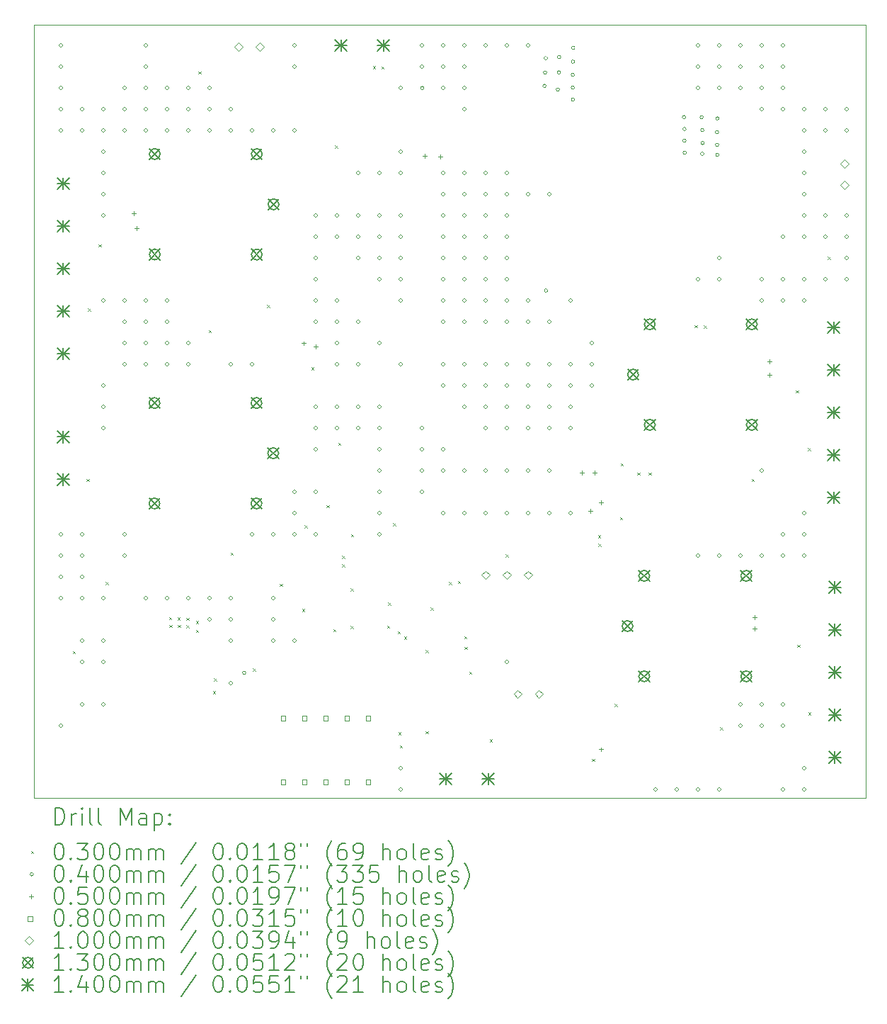
<source format=gbr>
%TF.GenerationSoftware,KiCad,Pcbnew,(6.0.11)*%
%TF.CreationDate,2023-08-29T14:16:52-05:00*%
%TF.ProjectId,Cabina,43616269-6e61-42e6-9b69-6361645f7063,rev?*%
%TF.SameCoordinates,Original*%
%TF.FileFunction,Drillmap*%
%TF.FilePolarity,Positive*%
%FSLAX45Y45*%
G04 Gerber Fmt 4.5, Leading zero omitted, Abs format (unit mm)*
G04 Created by KiCad (PCBNEW (6.0.11)) date 2023-08-29 14:16:52*
%MOMM*%
%LPD*%
G01*
G04 APERTURE LIST*
%ADD10C,0.100000*%
%ADD11C,0.200000*%
%ADD12C,0.030000*%
%ADD13C,0.040000*%
%ADD14C,0.050000*%
%ADD15C,0.080000*%
%ADD16C,0.130000*%
%ADD17C,0.140000*%
G04 APERTURE END LIST*
D10*
X10344100Y-3817620D02*
X20290740Y-3817620D01*
X20290740Y-3817620D02*
X20290740Y-13058140D01*
X20290740Y-13058140D02*
X10344100Y-13058140D01*
X10344100Y-13058140D02*
X10344100Y-3817620D01*
D11*
D12*
X10810480Y-11298160D02*
X10840480Y-11328160D01*
X10840480Y-11298160D02*
X10810480Y-11328160D01*
X10973040Y-9240760D02*
X11003040Y-9270760D01*
X11003040Y-9240760D02*
X10973040Y-9270760D01*
X10989420Y-7206220D02*
X11019420Y-7236220D01*
X11019420Y-7206220D02*
X10989420Y-7236220D01*
X11118960Y-6439140D02*
X11148960Y-6469140D01*
X11148960Y-6439140D02*
X11118960Y-6469140D01*
X11201640Y-10475200D02*
X11231640Y-10505200D01*
X11231640Y-10475200D02*
X11201640Y-10505200D01*
X11961100Y-10891760D02*
X11991100Y-10921760D01*
X11991100Y-10891760D02*
X11961100Y-10921760D01*
X11963640Y-10985740D02*
X11993640Y-11015740D01*
X11993640Y-10985740D02*
X11963640Y-11015740D01*
X12062700Y-10896840D02*
X12092700Y-10926840D01*
X12092700Y-10896840D02*
X12062700Y-10926840D01*
X12065240Y-10985740D02*
X12095240Y-11015740D01*
X12095240Y-10985740D02*
X12065240Y-11015740D01*
X12166840Y-10901920D02*
X12196840Y-10931920D01*
X12196840Y-10901920D02*
X12166840Y-10931920D01*
X12169380Y-10990820D02*
X12199380Y-11020820D01*
X12199380Y-10990820D02*
X12169380Y-11020820D01*
X12281140Y-11044160D02*
X12311140Y-11074160D01*
X12311140Y-11044160D02*
X12281140Y-11074160D01*
X12283680Y-10937480D02*
X12313680Y-10967480D01*
X12313680Y-10937480D02*
X12283680Y-10967480D01*
X12314160Y-4374120D02*
X12344160Y-4404120D01*
X12344160Y-4374120D02*
X12314160Y-4404120D01*
X12433540Y-7462760D02*
X12463540Y-7492760D01*
X12463540Y-7462760D02*
X12433540Y-7492760D01*
X12484340Y-11775680D02*
X12514340Y-11805680D01*
X12514340Y-11775680D02*
X12484340Y-11805680D01*
X12497040Y-11625820D02*
X12527040Y-11655820D01*
X12527040Y-11625820D02*
X12497040Y-11655820D01*
X12697700Y-10122140D02*
X12727700Y-10152140D01*
X12727700Y-10122140D02*
X12697700Y-10152140D01*
X12964400Y-11506440D02*
X12994400Y-11536440D01*
X12994400Y-11506440D02*
X12964400Y-11536440D01*
X13132040Y-7165580D02*
X13162040Y-7195580D01*
X13162040Y-7165580D02*
X13132040Y-7195580D01*
X13286980Y-10495520D02*
X13316980Y-10525520D01*
X13316980Y-10495520D02*
X13286980Y-10525520D01*
X13553680Y-10797780D02*
X13583680Y-10827780D01*
X13583680Y-10797780D02*
X13553680Y-10827780D01*
X13581620Y-9794480D02*
X13611620Y-9824480D01*
X13611620Y-9794480D02*
X13581620Y-9824480D01*
X13662900Y-7909800D02*
X13692900Y-7939800D01*
X13692900Y-7909800D02*
X13662900Y-7939800D01*
X13842780Y-9554850D02*
X13872780Y-9584850D01*
X13872780Y-9554850D02*
X13842780Y-9584850D01*
X13924520Y-11036540D02*
X13954520Y-11066540D01*
X13954520Y-11036540D02*
X13924520Y-11066540D01*
X13947380Y-5260580D02*
X13977380Y-5290580D01*
X13977380Y-5260580D02*
X13947380Y-5290580D01*
X13982940Y-8811500D02*
X14012940Y-8841500D01*
X14012940Y-8811500D02*
X13982940Y-8841500D01*
X14028660Y-10160240D02*
X14058660Y-10190240D01*
X14058660Y-10160240D02*
X14028660Y-10190240D01*
X14031200Y-10261840D02*
X14061200Y-10291840D01*
X14061200Y-10261840D02*
X14031200Y-10291840D01*
X14130260Y-10551400D02*
X14160260Y-10581400D01*
X14160260Y-10551400D02*
X14130260Y-10581400D01*
X14130260Y-11000980D02*
X14160260Y-11030980D01*
X14160260Y-11000980D02*
X14130260Y-11030980D01*
X14137880Y-9903700D02*
X14167880Y-9933700D01*
X14167880Y-9903700D02*
X14137880Y-9933700D01*
X14399500Y-4310620D02*
X14429500Y-4340620D01*
X14429500Y-4310620D02*
X14399500Y-4340620D01*
X14501100Y-4315700D02*
X14531100Y-4345700D01*
X14531100Y-4315700D02*
X14501100Y-4345700D01*
X14569680Y-10993360D02*
X14599680Y-11023360D01*
X14599680Y-10993360D02*
X14569680Y-11023360D01*
X14579840Y-10721580D02*
X14609840Y-10751580D01*
X14609840Y-10721580D02*
X14579840Y-10751580D01*
X14638260Y-9771620D02*
X14668260Y-9801620D01*
X14668260Y-9771620D02*
X14638260Y-9801620D01*
X14696680Y-11061940D02*
X14726680Y-11091940D01*
X14726680Y-11061940D02*
X14696680Y-11091940D01*
X14704300Y-12270980D02*
X14734300Y-12300980D01*
X14734300Y-12270980D02*
X14704300Y-12300980D01*
X14719540Y-12425920D02*
X14749540Y-12455920D01*
X14749540Y-12425920D02*
X14719540Y-12455920D01*
X14772880Y-11127980D02*
X14802880Y-11157980D01*
X14802880Y-11127980D02*
X14772880Y-11157980D01*
X15031960Y-11285460D02*
X15061960Y-11315460D01*
X15061960Y-11285460D02*
X15031960Y-11315460D01*
X15031960Y-12255740D02*
X15061960Y-12285740D01*
X15061960Y-12255740D02*
X15031960Y-12285740D01*
X15087840Y-10780000D02*
X15117840Y-10810000D01*
X15117840Y-10780000D02*
X15087840Y-10810000D01*
X15308820Y-10472660D02*
X15338820Y-10502660D01*
X15338820Y-10472660D02*
X15308820Y-10502660D01*
X15415500Y-10459960D02*
X15445500Y-10489960D01*
X15445500Y-10459960D02*
X15415500Y-10489960D01*
X15491700Y-11122900D02*
X15521700Y-11152900D01*
X15521700Y-11122900D02*
X15491700Y-11152900D01*
X15496780Y-11247360D02*
X15526780Y-11277360D01*
X15526780Y-11247360D02*
X15496780Y-11277360D01*
X15550120Y-11544540D02*
X15580120Y-11574540D01*
X15580120Y-11544540D02*
X15550120Y-11574540D01*
X15797620Y-12353680D02*
X15827620Y-12383680D01*
X15827620Y-12353680D02*
X15797620Y-12383680D01*
X15987000Y-10142460D02*
X16017000Y-10172460D01*
X16017000Y-10142460D02*
X15987000Y-10172460D01*
X17018240Y-12585940D02*
X17048240Y-12615940D01*
X17048240Y-12585940D02*
X17018240Y-12615940D01*
X17091900Y-9913860D02*
X17121900Y-9943860D01*
X17121900Y-9913860D02*
X17091900Y-9943860D01*
X17094630Y-10017810D02*
X17124630Y-10047810D01*
X17124630Y-10017810D02*
X17094630Y-10047810D01*
X17292560Y-11930620D02*
X17322560Y-11960620D01*
X17322560Y-11930620D02*
X17292560Y-11960620D01*
X17353520Y-9700500D02*
X17383520Y-9730500D01*
X17383520Y-9700500D02*
X17353520Y-9730500D01*
X17363680Y-9055340D02*
X17393680Y-9085340D01*
X17393680Y-9055340D02*
X17363680Y-9085340D01*
X17559260Y-9164560D02*
X17589260Y-9194560D01*
X17589260Y-9164560D02*
X17559260Y-9194560D01*
X17696420Y-9164560D02*
X17726420Y-9194560D01*
X17726420Y-9164560D02*
X17696420Y-9194560D01*
X18247600Y-7404340D02*
X18277600Y-7434340D01*
X18277600Y-7404340D02*
X18247600Y-7434340D01*
X18356820Y-7406880D02*
X18386820Y-7436880D01*
X18386820Y-7406880D02*
X18356820Y-7436880D01*
X18552400Y-12210020D02*
X18582400Y-12240020D01*
X18582400Y-12210020D02*
X18552400Y-12240020D01*
X18928320Y-9240760D02*
X18958320Y-9270760D01*
X18958320Y-9240760D02*
X18928320Y-9270760D01*
X19459180Y-8184120D02*
X19489180Y-8214120D01*
X19489180Y-8184120D02*
X19459180Y-8214120D01*
X19474420Y-11221960D02*
X19504420Y-11251960D01*
X19504420Y-11221960D02*
X19474420Y-11251960D01*
X19603960Y-8875000D02*
X19633960Y-8905000D01*
X19633960Y-8875000D02*
X19603960Y-8905000D01*
X19606500Y-12032220D02*
X19636500Y-12062220D01*
X19636500Y-12032220D02*
X19606500Y-12062220D01*
X19840180Y-6589000D02*
X19870180Y-6619000D01*
X19870180Y-6589000D02*
X19840180Y-6619000D01*
D13*
X10688000Y-4064000D02*
G75*
G03*
X10688000Y-4064000I-20000J0D01*
G01*
X10688000Y-4318000D02*
G75*
G03*
X10688000Y-4318000I-20000J0D01*
G01*
X10688000Y-4572000D02*
G75*
G03*
X10688000Y-4572000I-20000J0D01*
G01*
X10688000Y-4826000D02*
G75*
G03*
X10688000Y-4826000I-20000J0D01*
G01*
X10688000Y-5080000D02*
G75*
G03*
X10688000Y-5080000I-20000J0D01*
G01*
X10688000Y-9906000D02*
G75*
G03*
X10688000Y-9906000I-20000J0D01*
G01*
X10688000Y-10160000D02*
G75*
G03*
X10688000Y-10160000I-20000J0D01*
G01*
X10688000Y-10414000D02*
G75*
G03*
X10688000Y-10414000I-20000J0D01*
G01*
X10688000Y-10668000D02*
G75*
G03*
X10688000Y-10668000I-20000J0D01*
G01*
X10688000Y-12192000D02*
G75*
G03*
X10688000Y-12192000I-20000J0D01*
G01*
X10942000Y-4826000D02*
G75*
G03*
X10942000Y-4826000I-20000J0D01*
G01*
X10942000Y-5080000D02*
G75*
G03*
X10942000Y-5080000I-20000J0D01*
G01*
X10942000Y-9906000D02*
G75*
G03*
X10942000Y-9906000I-20000J0D01*
G01*
X10942000Y-10160000D02*
G75*
G03*
X10942000Y-10160000I-20000J0D01*
G01*
X10942000Y-10414000D02*
G75*
G03*
X10942000Y-10414000I-20000J0D01*
G01*
X10942000Y-10668000D02*
G75*
G03*
X10942000Y-10668000I-20000J0D01*
G01*
X10942000Y-11176000D02*
G75*
G03*
X10942000Y-11176000I-20000J0D01*
G01*
X10942000Y-11430000D02*
G75*
G03*
X10942000Y-11430000I-20000J0D01*
G01*
X10942000Y-11938000D02*
G75*
G03*
X10942000Y-11938000I-20000J0D01*
G01*
X11196000Y-4826000D02*
G75*
G03*
X11196000Y-4826000I-20000J0D01*
G01*
X11196000Y-5080000D02*
G75*
G03*
X11196000Y-5080000I-20000J0D01*
G01*
X11196000Y-5334000D02*
G75*
G03*
X11196000Y-5334000I-20000J0D01*
G01*
X11196000Y-5588000D02*
G75*
G03*
X11196000Y-5588000I-20000J0D01*
G01*
X11196000Y-5842000D02*
G75*
G03*
X11196000Y-5842000I-20000J0D01*
G01*
X11196000Y-6096000D02*
G75*
G03*
X11196000Y-6096000I-20000J0D01*
G01*
X11196000Y-7112000D02*
G75*
G03*
X11196000Y-7112000I-20000J0D01*
G01*
X11196000Y-8128000D02*
G75*
G03*
X11196000Y-8128000I-20000J0D01*
G01*
X11196000Y-8382000D02*
G75*
G03*
X11196000Y-8382000I-20000J0D01*
G01*
X11196000Y-8636000D02*
G75*
G03*
X11196000Y-8636000I-20000J0D01*
G01*
X11196000Y-10668000D02*
G75*
G03*
X11196000Y-10668000I-20000J0D01*
G01*
X11196000Y-11176000D02*
G75*
G03*
X11196000Y-11176000I-20000J0D01*
G01*
X11196000Y-11430000D02*
G75*
G03*
X11196000Y-11430000I-20000J0D01*
G01*
X11196000Y-11938000D02*
G75*
G03*
X11196000Y-11938000I-20000J0D01*
G01*
X11450000Y-4572000D02*
G75*
G03*
X11450000Y-4572000I-20000J0D01*
G01*
X11450000Y-4826000D02*
G75*
G03*
X11450000Y-4826000I-20000J0D01*
G01*
X11450000Y-5080000D02*
G75*
G03*
X11450000Y-5080000I-20000J0D01*
G01*
X11450000Y-7112000D02*
G75*
G03*
X11450000Y-7112000I-20000J0D01*
G01*
X11450000Y-7366000D02*
G75*
G03*
X11450000Y-7366000I-20000J0D01*
G01*
X11450000Y-7620000D02*
G75*
G03*
X11450000Y-7620000I-20000J0D01*
G01*
X11450000Y-7874000D02*
G75*
G03*
X11450000Y-7874000I-20000J0D01*
G01*
X11450000Y-9906000D02*
G75*
G03*
X11450000Y-9906000I-20000J0D01*
G01*
X11450000Y-10160000D02*
G75*
G03*
X11450000Y-10160000I-20000J0D01*
G01*
X11704000Y-4064000D02*
G75*
G03*
X11704000Y-4064000I-20000J0D01*
G01*
X11704000Y-4318000D02*
G75*
G03*
X11704000Y-4318000I-20000J0D01*
G01*
X11704000Y-4572000D02*
G75*
G03*
X11704000Y-4572000I-20000J0D01*
G01*
X11704000Y-4826000D02*
G75*
G03*
X11704000Y-4826000I-20000J0D01*
G01*
X11704000Y-5080000D02*
G75*
G03*
X11704000Y-5080000I-20000J0D01*
G01*
X11704000Y-7112000D02*
G75*
G03*
X11704000Y-7112000I-20000J0D01*
G01*
X11704000Y-7366000D02*
G75*
G03*
X11704000Y-7366000I-20000J0D01*
G01*
X11704000Y-7620000D02*
G75*
G03*
X11704000Y-7620000I-20000J0D01*
G01*
X11704000Y-7874000D02*
G75*
G03*
X11704000Y-7874000I-20000J0D01*
G01*
X11704000Y-10668000D02*
G75*
G03*
X11704000Y-10668000I-20000J0D01*
G01*
X11958000Y-4572000D02*
G75*
G03*
X11958000Y-4572000I-20000J0D01*
G01*
X11958000Y-4826000D02*
G75*
G03*
X11958000Y-4826000I-20000J0D01*
G01*
X11958000Y-5080000D02*
G75*
G03*
X11958000Y-5080000I-20000J0D01*
G01*
X11958000Y-7112000D02*
G75*
G03*
X11958000Y-7112000I-20000J0D01*
G01*
X11958000Y-7366000D02*
G75*
G03*
X11958000Y-7366000I-20000J0D01*
G01*
X11958000Y-7620000D02*
G75*
G03*
X11958000Y-7620000I-20000J0D01*
G01*
X11958000Y-7874000D02*
G75*
G03*
X11958000Y-7874000I-20000J0D01*
G01*
X11958000Y-10668000D02*
G75*
G03*
X11958000Y-10668000I-20000J0D01*
G01*
X12212000Y-4572000D02*
G75*
G03*
X12212000Y-4572000I-20000J0D01*
G01*
X12212000Y-4826000D02*
G75*
G03*
X12212000Y-4826000I-20000J0D01*
G01*
X12212000Y-5080000D02*
G75*
G03*
X12212000Y-5080000I-20000J0D01*
G01*
X12212000Y-7620000D02*
G75*
G03*
X12212000Y-7620000I-20000J0D01*
G01*
X12212000Y-7874000D02*
G75*
G03*
X12212000Y-7874000I-20000J0D01*
G01*
X12212000Y-10668000D02*
G75*
G03*
X12212000Y-10668000I-20000J0D01*
G01*
X12466000Y-4572000D02*
G75*
G03*
X12466000Y-4572000I-20000J0D01*
G01*
X12466000Y-4826000D02*
G75*
G03*
X12466000Y-4826000I-20000J0D01*
G01*
X12466000Y-5080000D02*
G75*
G03*
X12466000Y-5080000I-20000J0D01*
G01*
X12466000Y-10668000D02*
G75*
G03*
X12466000Y-10668000I-20000J0D01*
G01*
X12466000Y-10922000D02*
G75*
G03*
X12466000Y-10922000I-20000J0D01*
G01*
X12720000Y-4826000D02*
G75*
G03*
X12720000Y-4826000I-20000J0D01*
G01*
X12720000Y-5080000D02*
G75*
G03*
X12720000Y-5080000I-20000J0D01*
G01*
X12720000Y-7874000D02*
G75*
G03*
X12720000Y-7874000I-20000J0D01*
G01*
X12720000Y-10668000D02*
G75*
G03*
X12720000Y-10668000I-20000J0D01*
G01*
X12720000Y-10922000D02*
G75*
G03*
X12720000Y-10922000I-20000J0D01*
G01*
X12720000Y-11176000D02*
G75*
G03*
X12720000Y-11176000I-20000J0D01*
G01*
X12720000Y-11684000D02*
G75*
G03*
X12720000Y-11684000I-20000J0D01*
G01*
X12880020Y-11559540D02*
G75*
G03*
X12880020Y-11559540I-20000J0D01*
G01*
X12974000Y-5080000D02*
G75*
G03*
X12974000Y-5080000I-20000J0D01*
G01*
X12974000Y-7874000D02*
G75*
G03*
X12974000Y-7874000I-20000J0D01*
G01*
X12974000Y-9906000D02*
G75*
G03*
X12974000Y-9906000I-20000J0D01*
G01*
X13228000Y-5080000D02*
G75*
G03*
X13228000Y-5080000I-20000J0D01*
G01*
X13228000Y-9906000D02*
G75*
G03*
X13228000Y-9906000I-20000J0D01*
G01*
X13228000Y-10668000D02*
G75*
G03*
X13228000Y-10668000I-20000J0D01*
G01*
X13228000Y-10922000D02*
G75*
G03*
X13228000Y-10922000I-20000J0D01*
G01*
X13228000Y-11176000D02*
G75*
G03*
X13228000Y-11176000I-20000J0D01*
G01*
X13482000Y-4064000D02*
G75*
G03*
X13482000Y-4064000I-20000J0D01*
G01*
X13482000Y-4318000D02*
G75*
G03*
X13482000Y-4318000I-20000J0D01*
G01*
X13482000Y-5080000D02*
G75*
G03*
X13482000Y-5080000I-20000J0D01*
G01*
X13482000Y-9398000D02*
G75*
G03*
X13482000Y-9398000I-20000J0D01*
G01*
X13482000Y-9652000D02*
G75*
G03*
X13482000Y-9652000I-20000J0D01*
G01*
X13482000Y-9906000D02*
G75*
G03*
X13482000Y-9906000I-20000J0D01*
G01*
X13482000Y-11176000D02*
G75*
G03*
X13482000Y-11176000I-20000J0D01*
G01*
X13736000Y-6096000D02*
G75*
G03*
X13736000Y-6096000I-20000J0D01*
G01*
X13736000Y-6350000D02*
G75*
G03*
X13736000Y-6350000I-20000J0D01*
G01*
X13736000Y-6604000D02*
G75*
G03*
X13736000Y-6604000I-20000J0D01*
G01*
X13736000Y-6858000D02*
G75*
G03*
X13736000Y-6858000I-20000J0D01*
G01*
X13736000Y-7112000D02*
G75*
G03*
X13736000Y-7112000I-20000J0D01*
G01*
X13736000Y-7366000D02*
G75*
G03*
X13736000Y-7366000I-20000J0D01*
G01*
X13736000Y-8382000D02*
G75*
G03*
X13736000Y-8382000I-20000J0D01*
G01*
X13736000Y-8636000D02*
G75*
G03*
X13736000Y-8636000I-20000J0D01*
G01*
X13736000Y-8890000D02*
G75*
G03*
X13736000Y-8890000I-20000J0D01*
G01*
X13736000Y-9398000D02*
G75*
G03*
X13736000Y-9398000I-20000J0D01*
G01*
X13736000Y-9906000D02*
G75*
G03*
X13736000Y-9906000I-20000J0D01*
G01*
X13990000Y-6096000D02*
G75*
G03*
X13990000Y-6096000I-20000J0D01*
G01*
X13990000Y-6350000D02*
G75*
G03*
X13990000Y-6350000I-20000J0D01*
G01*
X13990000Y-7112000D02*
G75*
G03*
X13990000Y-7112000I-20000J0D01*
G01*
X13990000Y-7366000D02*
G75*
G03*
X13990000Y-7366000I-20000J0D01*
G01*
X13990000Y-7620000D02*
G75*
G03*
X13990000Y-7620000I-20000J0D01*
G01*
X13990000Y-7874000D02*
G75*
G03*
X13990000Y-7874000I-20000J0D01*
G01*
X13990000Y-8382000D02*
G75*
G03*
X13990000Y-8382000I-20000J0D01*
G01*
X13990000Y-8636000D02*
G75*
G03*
X13990000Y-8636000I-20000J0D01*
G01*
X14244000Y-5588000D02*
G75*
G03*
X14244000Y-5588000I-20000J0D01*
G01*
X14244000Y-6096000D02*
G75*
G03*
X14244000Y-6096000I-20000J0D01*
G01*
X14244000Y-6350000D02*
G75*
G03*
X14244000Y-6350000I-20000J0D01*
G01*
X14244000Y-6604000D02*
G75*
G03*
X14244000Y-6604000I-20000J0D01*
G01*
X14244000Y-7366000D02*
G75*
G03*
X14244000Y-7366000I-20000J0D01*
G01*
X14244000Y-7874000D02*
G75*
G03*
X14244000Y-7874000I-20000J0D01*
G01*
X14244000Y-8382000D02*
G75*
G03*
X14244000Y-8382000I-20000J0D01*
G01*
X14244000Y-8636000D02*
G75*
G03*
X14244000Y-8636000I-20000J0D01*
G01*
X14498000Y-5588000D02*
G75*
G03*
X14498000Y-5588000I-20000J0D01*
G01*
X14498000Y-6096000D02*
G75*
G03*
X14498000Y-6096000I-20000J0D01*
G01*
X14498000Y-6350000D02*
G75*
G03*
X14498000Y-6350000I-20000J0D01*
G01*
X14498000Y-6604000D02*
G75*
G03*
X14498000Y-6604000I-20000J0D01*
G01*
X14498000Y-6858000D02*
G75*
G03*
X14498000Y-6858000I-20000J0D01*
G01*
X14498000Y-7620000D02*
G75*
G03*
X14498000Y-7620000I-20000J0D01*
G01*
X14498000Y-8382000D02*
G75*
G03*
X14498000Y-8382000I-20000J0D01*
G01*
X14498000Y-8636000D02*
G75*
G03*
X14498000Y-8636000I-20000J0D01*
G01*
X14498000Y-8890000D02*
G75*
G03*
X14498000Y-8890000I-20000J0D01*
G01*
X14498000Y-9144000D02*
G75*
G03*
X14498000Y-9144000I-20000J0D01*
G01*
X14498000Y-9398000D02*
G75*
G03*
X14498000Y-9398000I-20000J0D01*
G01*
X14498000Y-9652000D02*
G75*
G03*
X14498000Y-9652000I-20000J0D01*
G01*
X14498000Y-9906000D02*
G75*
G03*
X14498000Y-9906000I-20000J0D01*
G01*
X14752000Y-4572000D02*
G75*
G03*
X14752000Y-4572000I-20000J0D01*
G01*
X14752000Y-5334000D02*
G75*
G03*
X14752000Y-5334000I-20000J0D01*
G01*
X14752000Y-5588000D02*
G75*
G03*
X14752000Y-5588000I-20000J0D01*
G01*
X14752000Y-6096000D02*
G75*
G03*
X14752000Y-6096000I-20000J0D01*
G01*
X14752000Y-6350000D02*
G75*
G03*
X14752000Y-6350000I-20000J0D01*
G01*
X14752000Y-6604000D02*
G75*
G03*
X14752000Y-6604000I-20000J0D01*
G01*
X14752000Y-6858000D02*
G75*
G03*
X14752000Y-6858000I-20000J0D01*
G01*
X14752000Y-7112000D02*
G75*
G03*
X14752000Y-7112000I-20000J0D01*
G01*
X14752000Y-7874000D02*
G75*
G03*
X14752000Y-7874000I-20000J0D01*
G01*
X14752000Y-12700000D02*
G75*
G03*
X14752000Y-12700000I-20000J0D01*
G01*
X14752000Y-12954000D02*
G75*
G03*
X14752000Y-12954000I-20000J0D01*
G01*
X15006000Y-4064000D02*
G75*
G03*
X15006000Y-4064000I-20000J0D01*
G01*
X15006000Y-4318000D02*
G75*
G03*
X15006000Y-4318000I-20000J0D01*
G01*
X15006000Y-8636000D02*
G75*
G03*
X15006000Y-8636000I-20000J0D01*
G01*
X15006000Y-8890000D02*
G75*
G03*
X15006000Y-8890000I-20000J0D01*
G01*
X15006000Y-9144000D02*
G75*
G03*
X15006000Y-9144000I-20000J0D01*
G01*
X15006000Y-9398000D02*
G75*
G03*
X15006000Y-9398000I-20000J0D01*
G01*
X15010646Y-4571343D02*
G75*
G03*
X15010646Y-4571343I-20000J0D01*
G01*
X15260000Y-4064000D02*
G75*
G03*
X15260000Y-4064000I-20000J0D01*
G01*
X15260000Y-4318000D02*
G75*
G03*
X15260000Y-4318000I-20000J0D01*
G01*
X15260000Y-4572000D02*
G75*
G03*
X15260000Y-4572000I-20000J0D01*
G01*
X15260000Y-5588000D02*
G75*
G03*
X15260000Y-5588000I-20000J0D01*
G01*
X15260000Y-5842000D02*
G75*
G03*
X15260000Y-5842000I-20000J0D01*
G01*
X15260000Y-6096000D02*
G75*
G03*
X15260000Y-6096000I-20000J0D01*
G01*
X15260000Y-6350000D02*
G75*
G03*
X15260000Y-6350000I-20000J0D01*
G01*
X15260000Y-6604000D02*
G75*
G03*
X15260000Y-6604000I-20000J0D01*
G01*
X15260000Y-6858000D02*
G75*
G03*
X15260000Y-6858000I-20000J0D01*
G01*
X15260000Y-7112000D02*
G75*
G03*
X15260000Y-7112000I-20000J0D01*
G01*
X15260000Y-7366000D02*
G75*
G03*
X15260000Y-7366000I-20000J0D01*
G01*
X15260000Y-7874000D02*
G75*
G03*
X15260000Y-7874000I-20000J0D01*
G01*
X15260000Y-8128000D02*
G75*
G03*
X15260000Y-8128000I-20000J0D01*
G01*
X15260000Y-8890000D02*
G75*
G03*
X15260000Y-8890000I-20000J0D01*
G01*
X15260000Y-9144000D02*
G75*
G03*
X15260000Y-9144000I-20000J0D01*
G01*
X15260000Y-9652000D02*
G75*
G03*
X15260000Y-9652000I-20000J0D01*
G01*
X15514000Y-4064000D02*
G75*
G03*
X15514000Y-4064000I-20000J0D01*
G01*
X15514000Y-4318000D02*
G75*
G03*
X15514000Y-4318000I-20000J0D01*
G01*
X15514000Y-4572000D02*
G75*
G03*
X15514000Y-4572000I-20000J0D01*
G01*
X15514000Y-4826000D02*
G75*
G03*
X15514000Y-4826000I-20000J0D01*
G01*
X15514000Y-5588000D02*
G75*
G03*
X15514000Y-5588000I-20000J0D01*
G01*
X15514000Y-5842000D02*
G75*
G03*
X15514000Y-5842000I-20000J0D01*
G01*
X15514000Y-6096000D02*
G75*
G03*
X15514000Y-6096000I-20000J0D01*
G01*
X15514000Y-6350000D02*
G75*
G03*
X15514000Y-6350000I-20000J0D01*
G01*
X15514000Y-6604000D02*
G75*
G03*
X15514000Y-6604000I-20000J0D01*
G01*
X15514000Y-6858000D02*
G75*
G03*
X15514000Y-6858000I-20000J0D01*
G01*
X15514000Y-7112000D02*
G75*
G03*
X15514000Y-7112000I-20000J0D01*
G01*
X15514000Y-7366000D02*
G75*
G03*
X15514000Y-7366000I-20000J0D01*
G01*
X15514000Y-7874000D02*
G75*
G03*
X15514000Y-7874000I-20000J0D01*
G01*
X15514000Y-8128000D02*
G75*
G03*
X15514000Y-8128000I-20000J0D01*
G01*
X15514000Y-8382000D02*
G75*
G03*
X15514000Y-8382000I-20000J0D01*
G01*
X15514000Y-9144000D02*
G75*
G03*
X15514000Y-9144000I-20000J0D01*
G01*
X15514000Y-9652000D02*
G75*
G03*
X15514000Y-9652000I-20000J0D01*
G01*
X15768000Y-4064000D02*
G75*
G03*
X15768000Y-4064000I-20000J0D01*
G01*
X15768000Y-5588000D02*
G75*
G03*
X15768000Y-5588000I-20000J0D01*
G01*
X15768000Y-5842000D02*
G75*
G03*
X15768000Y-5842000I-20000J0D01*
G01*
X15768000Y-6096000D02*
G75*
G03*
X15768000Y-6096000I-20000J0D01*
G01*
X15768000Y-6350000D02*
G75*
G03*
X15768000Y-6350000I-20000J0D01*
G01*
X15768000Y-6604000D02*
G75*
G03*
X15768000Y-6604000I-20000J0D01*
G01*
X15768000Y-6858000D02*
G75*
G03*
X15768000Y-6858000I-20000J0D01*
G01*
X15768000Y-7112000D02*
G75*
G03*
X15768000Y-7112000I-20000J0D01*
G01*
X15768000Y-7366000D02*
G75*
G03*
X15768000Y-7366000I-20000J0D01*
G01*
X15768000Y-7874000D02*
G75*
G03*
X15768000Y-7874000I-20000J0D01*
G01*
X15768000Y-8128000D02*
G75*
G03*
X15768000Y-8128000I-20000J0D01*
G01*
X15768000Y-8382000D02*
G75*
G03*
X15768000Y-8382000I-20000J0D01*
G01*
X15768000Y-8636000D02*
G75*
G03*
X15768000Y-8636000I-20000J0D01*
G01*
X15768000Y-9144000D02*
G75*
G03*
X15768000Y-9144000I-20000J0D01*
G01*
X15768000Y-9652000D02*
G75*
G03*
X15768000Y-9652000I-20000J0D01*
G01*
X16022000Y-4064000D02*
G75*
G03*
X16022000Y-4064000I-20000J0D01*
G01*
X16022000Y-5588000D02*
G75*
G03*
X16022000Y-5588000I-20000J0D01*
G01*
X16022000Y-5842000D02*
G75*
G03*
X16022000Y-5842000I-20000J0D01*
G01*
X16022000Y-6096000D02*
G75*
G03*
X16022000Y-6096000I-20000J0D01*
G01*
X16022000Y-6350000D02*
G75*
G03*
X16022000Y-6350000I-20000J0D01*
G01*
X16022000Y-6604000D02*
G75*
G03*
X16022000Y-6604000I-20000J0D01*
G01*
X16022000Y-6858000D02*
G75*
G03*
X16022000Y-6858000I-20000J0D01*
G01*
X16022000Y-7112000D02*
G75*
G03*
X16022000Y-7112000I-20000J0D01*
G01*
X16022000Y-7366000D02*
G75*
G03*
X16022000Y-7366000I-20000J0D01*
G01*
X16022000Y-7874000D02*
G75*
G03*
X16022000Y-7874000I-20000J0D01*
G01*
X16022000Y-8128000D02*
G75*
G03*
X16022000Y-8128000I-20000J0D01*
G01*
X16022000Y-8382000D02*
G75*
G03*
X16022000Y-8382000I-20000J0D01*
G01*
X16022000Y-8636000D02*
G75*
G03*
X16022000Y-8636000I-20000J0D01*
G01*
X16022000Y-9144000D02*
G75*
G03*
X16022000Y-9144000I-20000J0D01*
G01*
X16022000Y-9652000D02*
G75*
G03*
X16022000Y-9652000I-20000J0D01*
G01*
X16022000Y-11430000D02*
G75*
G03*
X16022000Y-11430000I-20000J0D01*
G01*
X16276000Y-4064000D02*
G75*
G03*
X16276000Y-4064000I-20000J0D01*
G01*
X16276000Y-5842000D02*
G75*
G03*
X16276000Y-5842000I-20000J0D01*
G01*
X16276000Y-7112000D02*
G75*
G03*
X16276000Y-7112000I-20000J0D01*
G01*
X16276000Y-7366000D02*
G75*
G03*
X16276000Y-7366000I-20000J0D01*
G01*
X16276000Y-7874000D02*
G75*
G03*
X16276000Y-7874000I-20000J0D01*
G01*
X16276000Y-8128000D02*
G75*
G03*
X16276000Y-8128000I-20000J0D01*
G01*
X16276000Y-8382000D02*
G75*
G03*
X16276000Y-8382000I-20000J0D01*
G01*
X16276000Y-8636000D02*
G75*
G03*
X16276000Y-8636000I-20000J0D01*
G01*
X16276000Y-9144000D02*
G75*
G03*
X16276000Y-9144000I-20000J0D01*
G01*
X16276000Y-9652000D02*
G75*
G03*
X16276000Y-9652000I-20000J0D01*
G01*
X16471580Y-4546600D02*
G75*
G03*
X16471580Y-4546600I-20000J0D01*
G01*
X16479200Y-4386580D02*
G75*
G03*
X16479200Y-4386580I-20000J0D01*
G01*
X16486820Y-4216400D02*
G75*
G03*
X16486820Y-4216400I-20000J0D01*
G01*
X16489360Y-6992620D02*
G75*
G03*
X16489360Y-6992620I-20000J0D01*
G01*
X16530000Y-5842000D02*
G75*
G03*
X16530000Y-5842000I-20000J0D01*
G01*
X16530000Y-7366000D02*
G75*
G03*
X16530000Y-7366000I-20000J0D01*
G01*
X16530000Y-7874000D02*
G75*
G03*
X16530000Y-7874000I-20000J0D01*
G01*
X16530000Y-8128000D02*
G75*
G03*
X16530000Y-8128000I-20000J0D01*
G01*
X16530000Y-8382000D02*
G75*
G03*
X16530000Y-8382000I-20000J0D01*
G01*
X16530000Y-8636000D02*
G75*
G03*
X16530000Y-8636000I-20000J0D01*
G01*
X16530000Y-9144000D02*
G75*
G03*
X16530000Y-9144000I-20000J0D01*
G01*
X16530000Y-9652000D02*
G75*
G03*
X16530000Y-9652000I-20000J0D01*
G01*
X16631600Y-4589780D02*
G75*
G03*
X16631600Y-4589780I-20000J0D01*
G01*
X16644300Y-4386580D02*
G75*
G03*
X16644300Y-4386580I-20000J0D01*
G01*
X16646840Y-4203700D02*
G75*
G03*
X16646840Y-4203700I-20000J0D01*
G01*
X16784000Y-7112000D02*
G75*
G03*
X16784000Y-7112000I-20000J0D01*
G01*
X16784000Y-7874000D02*
G75*
G03*
X16784000Y-7874000I-20000J0D01*
G01*
X16784000Y-8128000D02*
G75*
G03*
X16784000Y-8128000I-20000J0D01*
G01*
X16784000Y-8382000D02*
G75*
G03*
X16784000Y-8382000I-20000J0D01*
G01*
X16784000Y-8636000D02*
G75*
G03*
X16784000Y-8636000I-20000J0D01*
G01*
X16784000Y-9652000D02*
G75*
G03*
X16784000Y-9652000I-20000J0D01*
G01*
X16809400Y-4414520D02*
G75*
G03*
X16809400Y-4414520I-20000J0D01*
G01*
X16809400Y-4566920D02*
G75*
G03*
X16809400Y-4566920I-20000J0D01*
G01*
X16811940Y-4257040D02*
G75*
G03*
X16811940Y-4257040I-20000J0D01*
G01*
X16811940Y-4711700D02*
G75*
G03*
X16811940Y-4711700I-20000J0D01*
G01*
X16814480Y-4091940D02*
G75*
G03*
X16814480Y-4091940I-20000J0D01*
G01*
X17038000Y-7620000D02*
G75*
G03*
X17038000Y-7620000I-20000J0D01*
G01*
X17038000Y-7874000D02*
G75*
G03*
X17038000Y-7874000I-20000J0D01*
G01*
X17038000Y-8128000D02*
G75*
G03*
X17038000Y-8128000I-20000J0D01*
G01*
X17800000Y-12954000D02*
G75*
G03*
X17800000Y-12954000I-20000J0D01*
G01*
X18054000Y-12954000D02*
G75*
G03*
X18054000Y-12954000I-20000J0D01*
G01*
X18140360Y-4919980D02*
G75*
G03*
X18140360Y-4919980I-20000J0D01*
G01*
X18145440Y-5062220D02*
G75*
G03*
X18145440Y-5062220I-20000J0D01*
G01*
X18145440Y-5201920D02*
G75*
G03*
X18145440Y-5201920I-20000J0D01*
G01*
X18147980Y-5346700D02*
G75*
G03*
X18147980Y-5346700I-20000J0D01*
G01*
X18308000Y-4064000D02*
G75*
G03*
X18308000Y-4064000I-20000J0D01*
G01*
X18308000Y-4318000D02*
G75*
G03*
X18308000Y-4318000I-20000J0D01*
G01*
X18308000Y-4572000D02*
G75*
G03*
X18308000Y-4572000I-20000J0D01*
G01*
X18308000Y-6858000D02*
G75*
G03*
X18308000Y-6858000I-20000J0D01*
G01*
X18308000Y-10160000D02*
G75*
G03*
X18308000Y-10160000I-20000J0D01*
G01*
X18308000Y-12954000D02*
G75*
G03*
X18308000Y-12954000I-20000J0D01*
G01*
X18351180Y-4919980D02*
G75*
G03*
X18351180Y-4919980I-20000J0D01*
G01*
X18358800Y-5074920D02*
G75*
G03*
X18358800Y-5074920I-20000J0D01*
G01*
X18358800Y-5359400D02*
G75*
G03*
X18358800Y-5359400I-20000J0D01*
G01*
X18363880Y-5229860D02*
G75*
G03*
X18363880Y-5229860I-20000J0D01*
G01*
X18534060Y-5100320D02*
G75*
G03*
X18534060Y-5100320I-20000J0D01*
G01*
X18536600Y-5250180D02*
G75*
G03*
X18536600Y-5250180I-20000J0D01*
G01*
X18539140Y-4935220D02*
G75*
G03*
X18539140Y-4935220I-20000J0D01*
G01*
X18539140Y-5372100D02*
G75*
G03*
X18539140Y-5372100I-20000J0D01*
G01*
X18562000Y-4064000D02*
G75*
G03*
X18562000Y-4064000I-20000J0D01*
G01*
X18562000Y-4318000D02*
G75*
G03*
X18562000Y-4318000I-20000J0D01*
G01*
X18562000Y-4572000D02*
G75*
G03*
X18562000Y-4572000I-20000J0D01*
G01*
X18562000Y-6604000D02*
G75*
G03*
X18562000Y-6604000I-20000J0D01*
G01*
X18562000Y-6858000D02*
G75*
G03*
X18562000Y-6858000I-20000J0D01*
G01*
X18562000Y-10160000D02*
G75*
G03*
X18562000Y-10160000I-20000J0D01*
G01*
X18562000Y-12954000D02*
G75*
G03*
X18562000Y-12954000I-20000J0D01*
G01*
X18816000Y-4064000D02*
G75*
G03*
X18816000Y-4064000I-20000J0D01*
G01*
X18816000Y-4318000D02*
G75*
G03*
X18816000Y-4318000I-20000J0D01*
G01*
X18816000Y-4572000D02*
G75*
G03*
X18816000Y-4572000I-20000J0D01*
G01*
X18816000Y-10160000D02*
G75*
G03*
X18816000Y-10160000I-20000J0D01*
G01*
X18816000Y-11938000D02*
G75*
G03*
X18816000Y-11938000I-20000J0D01*
G01*
X18816000Y-12192000D02*
G75*
G03*
X18816000Y-12192000I-20000J0D01*
G01*
X19070000Y-4064000D02*
G75*
G03*
X19070000Y-4064000I-20000J0D01*
G01*
X19070000Y-4318000D02*
G75*
G03*
X19070000Y-4318000I-20000J0D01*
G01*
X19070000Y-4572000D02*
G75*
G03*
X19070000Y-4572000I-20000J0D01*
G01*
X19070000Y-4826000D02*
G75*
G03*
X19070000Y-4826000I-20000J0D01*
G01*
X19070000Y-6858000D02*
G75*
G03*
X19070000Y-6858000I-20000J0D01*
G01*
X19070000Y-7112000D02*
G75*
G03*
X19070000Y-7112000I-20000J0D01*
G01*
X19070000Y-9144000D02*
G75*
G03*
X19070000Y-9144000I-20000J0D01*
G01*
X19070000Y-10160000D02*
G75*
G03*
X19070000Y-10160000I-20000J0D01*
G01*
X19070000Y-11938000D02*
G75*
G03*
X19070000Y-11938000I-20000J0D01*
G01*
X19070000Y-12192000D02*
G75*
G03*
X19070000Y-12192000I-20000J0D01*
G01*
X19324000Y-4064000D02*
G75*
G03*
X19324000Y-4064000I-20000J0D01*
G01*
X19324000Y-4318000D02*
G75*
G03*
X19324000Y-4318000I-20000J0D01*
G01*
X19324000Y-4572000D02*
G75*
G03*
X19324000Y-4572000I-20000J0D01*
G01*
X19324000Y-4826000D02*
G75*
G03*
X19324000Y-4826000I-20000J0D01*
G01*
X19324000Y-6350000D02*
G75*
G03*
X19324000Y-6350000I-20000J0D01*
G01*
X19324000Y-6858000D02*
G75*
G03*
X19324000Y-6858000I-20000J0D01*
G01*
X19324000Y-7112000D02*
G75*
G03*
X19324000Y-7112000I-20000J0D01*
G01*
X19324000Y-9906000D02*
G75*
G03*
X19324000Y-9906000I-20000J0D01*
G01*
X19324000Y-10160000D02*
G75*
G03*
X19324000Y-10160000I-20000J0D01*
G01*
X19324000Y-11938000D02*
G75*
G03*
X19324000Y-11938000I-20000J0D01*
G01*
X19324000Y-12192000D02*
G75*
G03*
X19324000Y-12192000I-20000J0D01*
G01*
X19324000Y-12954000D02*
G75*
G03*
X19324000Y-12954000I-20000J0D01*
G01*
X19578000Y-4826000D02*
G75*
G03*
X19578000Y-4826000I-20000J0D01*
G01*
X19578000Y-5080000D02*
G75*
G03*
X19578000Y-5080000I-20000J0D01*
G01*
X19578000Y-5334000D02*
G75*
G03*
X19578000Y-5334000I-20000J0D01*
G01*
X19578000Y-5588000D02*
G75*
G03*
X19578000Y-5588000I-20000J0D01*
G01*
X19578000Y-5842000D02*
G75*
G03*
X19578000Y-5842000I-20000J0D01*
G01*
X19578000Y-6096000D02*
G75*
G03*
X19578000Y-6096000I-20000J0D01*
G01*
X19578000Y-6350000D02*
G75*
G03*
X19578000Y-6350000I-20000J0D01*
G01*
X19578000Y-6858000D02*
G75*
G03*
X19578000Y-6858000I-20000J0D01*
G01*
X19578000Y-7112000D02*
G75*
G03*
X19578000Y-7112000I-20000J0D01*
G01*
X19578000Y-9652000D02*
G75*
G03*
X19578000Y-9652000I-20000J0D01*
G01*
X19578000Y-9906000D02*
G75*
G03*
X19578000Y-9906000I-20000J0D01*
G01*
X19578000Y-10160000D02*
G75*
G03*
X19578000Y-10160000I-20000J0D01*
G01*
X19578000Y-12700000D02*
G75*
G03*
X19578000Y-12700000I-20000J0D01*
G01*
X19578000Y-12954000D02*
G75*
G03*
X19578000Y-12954000I-20000J0D01*
G01*
X19832000Y-4826000D02*
G75*
G03*
X19832000Y-4826000I-20000J0D01*
G01*
X19832000Y-5080000D02*
G75*
G03*
X19832000Y-5080000I-20000J0D01*
G01*
X19832000Y-6096000D02*
G75*
G03*
X19832000Y-6096000I-20000J0D01*
G01*
X19832000Y-6350000D02*
G75*
G03*
X19832000Y-6350000I-20000J0D01*
G01*
X19832000Y-6858000D02*
G75*
G03*
X19832000Y-6858000I-20000J0D01*
G01*
X20086000Y-4826000D02*
G75*
G03*
X20086000Y-4826000I-20000J0D01*
G01*
X20086000Y-5080000D02*
G75*
G03*
X20086000Y-5080000I-20000J0D01*
G01*
X20086000Y-6096000D02*
G75*
G03*
X20086000Y-6096000I-20000J0D01*
G01*
X20086000Y-6350000D02*
G75*
G03*
X20086000Y-6350000I-20000J0D01*
G01*
X20086000Y-6604000D02*
G75*
G03*
X20086000Y-6604000I-20000J0D01*
G01*
X20086000Y-6858000D02*
G75*
G03*
X20086000Y-6858000I-20000J0D01*
G01*
D14*
X11541760Y-6043060D02*
X11541760Y-6093060D01*
X11516760Y-6068060D02*
X11566760Y-6068060D01*
X11574780Y-6218320D02*
X11574780Y-6268320D01*
X11549780Y-6243320D02*
X11599780Y-6243320D01*
X13571220Y-7597540D02*
X13571220Y-7647540D01*
X13546220Y-7622540D02*
X13596220Y-7622540D01*
X13713460Y-7633100D02*
X13713460Y-7683100D01*
X13688460Y-7658100D02*
X13738460Y-7658100D01*
X15019020Y-5357260D02*
X15019020Y-5407260D01*
X14994020Y-5382260D02*
X15044020Y-5382260D01*
X15209520Y-5364880D02*
X15209520Y-5414880D01*
X15184520Y-5389880D02*
X15234520Y-5389880D01*
X16901160Y-9144400D02*
X16901160Y-9194400D01*
X16876160Y-9169400D02*
X16926160Y-9169400D01*
X17000220Y-9596520D02*
X17000220Y-9646520D01*
X16975220Y-9621520D02*
X17025220Y-9621520D01*
X17053560Y-9139320D02*
X17053560Y-9189320D01*
X17028560Y-9164320D02*
X17078560Y-9164320D01*
X17127220Y-12448940D02*
X17127220Y-12498940D01*
X17102220Y-12473940D02*
X17152220Y-12473940D01*
X17129760Y-9500000D02*
X17129760Y-9550000D01*
X17104760Y-9525000D02*
X17154760Y-9525000D01*
X18968720Y-10866520D02*
X18968720Y-10916520D01*
X18943720Y-10891520D02*
X18993720Y-10891520D01*
X18968720Y-11008760D02*
X18968720Y-11058760D01*
X18943720Y-11033760D02*
X18993720Y-11033760D01*
X19143980Y-7810900D02*
X19143980Y-7860900D01*
X19118980Y-7835900D02*
X19168980Y-7835900D01*
X19146520Y-7973460D02*
X19146520Y-8023460D01*
X19121520Y-7998460D02*
X19171520Y-7998460D01*
D15*
X13355664Y-12131384D02*
X13355664Y-12074815D01*
X13299095Y-12074815D01*
X13299095Y-12131384D01*
X13355664Y-12131384D01*
X13355664Y-12893384D02*
X13355664Y-12836815D01*
X13299095Y-12836815D01*
X13299095Y-12893384D01*
X13355664Y-12893384D01*
X13609664Y-12131384D02*
X13609664Y-12074815D01*
X13553095Y-12074815D01*
X13553095Y-12131384D01*
X13609664Y-12131384D01*
X13609664Y-12893384D02*
X13609664Y-12836815D01*
X13553095Y-12836815D01*
X13553095Y-12893384D01*
X13609664Y-12893384D01*
X13863664Y-12131384D02*
X13863664Y-12074815D01*
X13807095Y-12074815D01*
X13807095Y-12131384D01*
X13863664Y-12131384D01*
X13863664Y-12893384D02*
X13863664Y-12836815D01*
X13807095Y-12836815D01*
X13807095Y-12893384D01*
X13863664Y-12893384D01*
X14117664Y-12131384D02*
X14117664Y-12074815D01*
X14061095Y-12074815D01*
X14061095Y-12131384D01*
X14117664Y-12131384D01*
X14117664Y-12893384D02*
X14117664Y-12836815D01*
X14061095Y-12836815D01*
X14061095Y-12893384D01*
X14117664Y-12893384D01*
X14371664Y-12131384D02*
X14371664Y-12074815D01*
X14315095Y-12074815D01*
X14315095Y-12131384D01*
X14371664Y-12131384D01*
X14371664Y-12893384D02*
X14371664Y-12836815D01*
X14315095Y-12836815D01*
X14315095Y-12893384D01*
X14371664Y-12893384D01*
D10*
X12791440Y-4129240D02*
X12841440Y-4079240D01*
X12791440Y-4029240D01*
X12741440Y-4079240D01*
X12791440Y-4129240D01*
X13045440Y-4129240D02*
X13095440Y-4079240D01*
X13045440Y-4029240D01*
X12995440Y-4079240D01*
X13045440Y-4129240D01*
X15746960Y-10441180D02*
X15796960Y-10391180D01*
X15746960Y-10341180D01*
X15696960Y-10391180D01*
X15746960Y-10441180D01*
X16000960Y-10441180D02*
X16050960Y-10391180D01*
X16000960Y-10341180D01*
X15950960Y-10391180D01*
X16000960Y-10441180D01*
X16132040Y-11863540D02*
X16182040Y-11813540D01*
X16132040Y-11763540D01*
X16082040Y-11813540D01*
X16132040Y-11863540D01*
X16254960Y-10441180D02*
X16304960Y-10391180D01*
X16254960Y-10341180D01*
X16204960Y-10391180D01*
X16254960Y-10441180D01*
X16386040Y-11863540D02*
X16436040Y-11813540D01*
X16386040Y-11763540D01*
X16336040Y-11813540D01*
X16386040Y-11863540D01*
X20040600Y-5523700D02*
X20090600Y-5473700D01*
X20040600Y-5423700D01*
X19990600Y-5473700D01*
X20040600Y-5523700D01*
X20040600Y-5777700D02*
X20090600Y-5727700D01*
X20040600Y-5677700D01*
X19990600Y-5727700D01*
X20040600Y-5777700D01*
D16*
X11721680Y-8270720D02*
X11851680Y-8400720D01*
X11851680Y-8270720D02*
X11721680Y-8400720D01*
X11851680Y-8335720D02*
G75*
G03*
X11851680Y-8335720I-65000J0D01*
G01*
X11721680Y-9470720D02*
X11851680Y-9600720D01*
X11851680Y-9470720D02*
X11721680Y-9600720D01*
X11851680Y-9535720D02*
G75*
G03*
X11851680Y-9535720I-65000J0D01*
G01*
X11725540Y-5296380D02*
X11855540Y-5426380D01*
X11855540Y-5296380D02*
X11725540Y-5426380D01*
X11855540Y-5361380D02*
G75*
G03*
X11855540Y-5361380I-65000J0D01*
G01*
X11725540Y-6496380D02*
X11855540Y-6626380D01*
X11855540Y-6496380D02*
X11725540Y-6626380D01*
X11855540Y-6561380D02*
G75*
G03*
X11855540Y-6561380I-65000J0D01*
G01*
X12941680Y-8270720D02*
X13071680Y-8400720D01*
X13071680Y-8270720D02*
X12941680Y-8400720D01*
X13071680Y-8335720D02*
G75*
G03*
X13071680Y-8335720I-65000J0D01*
G01*
X12941680Y-9470720D02*
X13071680Y-9600720D01*
X13071680Y-9470720D02*
X12941680Y-9600720D01*
X13071680Y-9535720D02*
G75*
G03*
X13071680Y-9535720I-65000J0D01*
G01*
X12945540Y-5296380D02*
X13075540Y-5426380D01*
X13075540Y-5296380D02*
X12945540Y-5426380D01*
X13075540Y-5361380D02*
G75*
G03*
X13075540Y-5361380I-65000J0D01*
G01*
X12945540Y-6496380D02*
X13075540Y-6626380D01*
X13075540Y-6496380D02*
X12945540Y-6626380D01*
X13075540Y-6561380D02*
G75*
G03*
X13075540Y-6561380I-65000J0D01*
G01*
X13141680Y-8870720D02*
X13271680Y-9000720D01*
X13271680Y-8870720D02*
X13141680Y-9000720D01*
X13271680Y-8935720D02*
G75*
G03*
X13271680Y-8935720I-65000J0D01*
G01*
X13145540Y-5896380D02*
X13275540Y-6026380D01*
X13275540Y-5896380D02*
X13145540Y-6026380D01*
X13275540Y-5961380D02*
G75*
G03*
X13275540Y-5961380I-65000J0D01*
G01*
X17379720Y-10935740D02*
X17509720Y-11065740D01*
X17509720Y-10935740D02*
X17379720Y-11065740D01*
X17509720Y-11000740D02*
G75*
G03*
X17509720Y-11000740I-65000J0D01*
G01*
X17445760Y-7930920D02*
X17575760Y-8060920D01*
X17575760Y-7930920D02*
X17445760Y-8060920D01*
X17575760Y-7995920D02*
G75*
G03*
X17575760Y-7995920I-65000J0D01*
G01*
X17579720Y-10335740D02*
X17709720Y-10465740D01*
X17709720Y-10335740D02*
X17579720Y-10465740D01*
X17709720Y-10400740D02*
G75*
G03*
X17709720Y-10400740I-65000J0D01*
G01*
X17579720Y-11535740D02*
X17709720Y-11665740D01*
X17709720Y-11535740D02*
X17579720Y-11665740D01*
X17709720Y-11600740D02*
G75*
G03*
X17709720Y-11600740I-65000J0D01*
G01*
X17645760Y-7330920D02*
X17775760Y-7460920D01*
X17775760Y-7330920D02*
X17645760Y-7460920D01*
X17775760Y-7395920D02*
G75*
G03*
X17775760Y-7395920I-65000J0D01*
G01*
X17645760Y-8530920D02*
X17775760Y-8660920D01*
X17775760Y-8530920D02*
X17645760Y-8660920D01*
X17775760Y-8595920D02*
G75*
G03*
X17775760Y-8595920I-65000J0D01*
G01*
X18799720Y-10335740D02*
X18929720Y-10465740D01*
X18929720Y-10335740D02*
X18799720Y-10465740D01*
X18929720Y-10400740D02*
G75*
G03*
X18929720Y-10400740I-65000J0D01*
G01*
X18799720Y-11535740D02*
X18929720Y-11665740D01*
X18929720Y-11535740D02*
X18799720Y-11665740D01*
X18929720Y-11600740D02*
G75*
G03*
X18929720Y-11600740I-65000J0D01*
G01*
X18865760Y-7330920D02*
X18995760Y-7460920D01*
X18995760Y-7330920D02*
X18865760Y-7460920D01*
X18995760Y-7395920D02*
G75*
G03*
X18995760Y-7395920I-65000J0D01*
G01*
X18865760Y-8530920D02*
X18995760Y-8660920D01*
X18995760Y-8530920D02*
X18865760Y-8660920D01*
X18995760Y-8595920D02*
G75*
G03*
X18995760Y-8595920I-65000J0D01*
G01*
D17*
X10626020Y-8670140D02*
X10766020Y-8810140D01*
X10766020Y-8670140D02*
X10626020Y-8810140D01*
X10696020Y-8670140D02*
X10696020Y-8810140D01*
X10626020Y-8740140D02*
X10766020Y-8740140D01*
X10626020Y-9178140D02*
X10766020Y-9318140D01*
X10766020Y-9178140D02*
X10626020Y-9318140D01*
X10696020Y-9178140D02*
X10696020Y-9318140D01*
X10626020Y-9248140D02*
X10766020Y-9248140D01*
X10627160Y-5642460D02*
X10767160Y-5782460D01*
X10767160Y-5642460D02*
X10627160Y-5782460D01*
X10697160Y-5642460D02*
X10697160Y-5782460D01*
X10627160Y-5712460D02*
X10767160Y-5712460D01*
X10627160Y-6150460D02*
X10767160Y-6290460D01*
X10767160Y-6150460D02*
X10627160Y-6290460D01*
X10697160Y-6150460D02*
X10697160Y-6290460D01*
X10627160Y-6220460D02*
X10767160Y-6220460D01*
X10627160Y-6658460D02*
X10767160Y-6798460D01*
X10767160Y-6658460D02*
X10627160Y-6798460D01*
X10697160Y-6658460D02*
X10697160Y-6798460D01*
X10627160Y-6728460D02*
X10767160Y-6728460D01*
X10627160Y-7166460D02*
X10767160Y-7306460D01*
X10767160Y-7166460D02*
X10627160Y-7306460D01*
X10697160Y-7166460D02*
X10697160Y-7306460D01*
X10627160Y-7236460D02*
X10767160Y-7236460D01*
X10627160Y-7674460D02*
X10767160Y-7814460D01*
X10767160Y-7674460D02*
X10627160Y-7814460D01*
X10697160Y-7674460D02*
X10697160Y-7814460D01*
X10627160Y-7744460D02*
X10767160Y-7744460D01*
X13946940Y-3991460D02*
X14086940Y-4131460D01*
X14086940Y-3991460D02*
X13946940Y-4131460D01*
X14016940Y-3991460D02*
X14016940Y-4131460D01*
X13946940Y-4061460D02*
X14086940Y-4061460D01*
X14454940Y-3991460D02*
X14594940Y-4131460D01*
X14594940Y-3991460D02*
X14454940Y-4131460D01*
X14524940Y-3991460D02*
X14524940Y-4131460D01*
X14454940Y-4061460D02*
X14594940Y-4061460D01*
X15200480Y-12754460D02*
X15340480Y-12894460D01*
X15340480Y-12754460D02*
X15200480Y-12894460D01*
X15270480Y-12754460D02*
X15270480Y-12894460D01*
X15200480Y-12824460D02*
X15340480Y-12824460D01*
X15708480Y-12754460D02*
X15848480Y-12894460D01*
X15848480Y-12754460D02*
X15708480Y-12894460D01*
X15778480Y-12754460D02*
X15778480Y-12894460D01*
X15708480Y-12824460D02*
X15848480Y-12824460D01*
X19841060Y-7362040D02*
X19981060Y-7502040D01*
X19981060Y-7362040D02*
X19841060Y-7502040D01*
X19911060Y-7362040D02*
X19911060Y-7502040D01*
X19841060Y-7432040D02*
X19981060Y-7432040D01*
X19841060Y-7870040D02*
X19981060Y-8010040D01*
X19981060Y-7870040D02*
X19841060Y-8010040D01*
X19911060Y-7870040D02*
X19911060Y-8010040D01*
X19841060Y-7940040D02*
X19981060Y-7940040D01*
X19841060Y-8378040D02*
X19981060Y-8518040D01*
X19981060Y-8378040D02*
X19841060Y-8518040D01*
X19911060Y-8378040D02*
X19911060Y-8518040D01*
X19841060Y-8448040D02*
X19981060Y-8448040D01*
X19841060Y-8886040D02*
X19981060Y-9026040D01*
X19981060Y-8886040D02*
X19841060Y-9026040D01*
X19911060Y-8886040D02*
X19911060Y-9026040D01*
X19841060Y-8956040D02*
X19981060Y-8956040D01*
X19841060Y-9394040D02*
X19981060Y-9534040D01*
X19981060Y-9394040D02*
X19841060Y-9534040D01*
X19911060Y-9394040D02*
X19911060Y-9534040D01*
X19841060Y-9464040D02*
X19981060Y-9464040D01*
X19855080Y-10465920D02*
X19995080Y-10605920D01*
X19995080Y-10465920D02*
X19855080Y-10605920D01*
X19925080Y-10465920D02*
X19925080Y-10605920D01*
X19855080Y-10535920D02*
X19995080Y-10535920D01*
X19855080Y-10973920D02*
X19995080Y-11113920D01*
X19995080Y-10973920D02*
X19855080Y-11113920D01*
X19925080Y-10973920D02*
X19925080Y-11113920D01*
X19855080Y-11043920D02*
X19995080Y-11043920D01*
X19855080Y-11481920D02*
X19995080Y-11621920D01*
X19995080Y-11481920D02*
X19855080Y-11621920D01*
X19925080Y-11481920D02*
X19925080Y-11621920D01*
X19855080Y-11551920D02*
X19995080Y-11551920D01*
X19855080Y-11989920D02*
X19995080Y-12129920D01*
X19995080Y-11989920D02*
X19855080Y-12129920D01*
X19925080Y-11989920D02*
X19925080Y-12129920D01*
X19855080Y-12059920D02*
X19995080Y-12059920D01*
X19855080Y-12497920D02*
X19995080Y-12637920D01*
X19995080Y-12497920D02*
X19855080Y-12637920D01*
X19925080Y-12497920D02*
X19925080Y-12637920D01*
X19855080Y-12567920D02*
X19995080Y-12567920D01*
D11*
X10596719Y-13373616D02*
X10596719Y-13173616D01*
X10644338Y-13173616D01*
X10672910Y-13183140D01*
X10691957Y-13202188D01*
X10701481Y-13221235D01*
X10711005Y-13259330D01*
X10711005Y-13287902D01*
X10701481Y-13325997D01*
X10691957Y-13345045D01*
X10672910Y-13364092D01*
X10644338Y-13373616D01*
X10596719Y-13373616D01*
X10796719Y-13373616D02*
X10796719Y-13240283D01*
X10796719Y-13278378D02*
X10806243Y-13259330D01*
X10815767Y-13249807D01*
X10834814Y-13240283D01*
X10853862Y-13240283D01*
X10920529Y-13373616D02*
X10920529Y-13240283D01*
X10920529Y-13173616D02*
X10911005Y-13183140D01*
X10920529Y-13192664D01*
X10930052Y-13183140D01*
X10920529Y-13173616D01*
X10920529Y-13192664D01*
X11044338Y-13373616D02*
X11025290Y-13364092D01*
X11015767Y-13345045D01*
X11015767Y-13173616D01*
X11149100Y-13373616D02*
X11130052Y-13364092D01*
X11120529Y-13345045D01*
X11120529Y-13173616D01*
X11377671Y-13373616D02*
X11377671Y-13173616D01*
X11444338Y-13316473D01*
X11511005Y-13173616D01*
X11511005Y-13373616D01*
X11691957Y-13373616D02*
X11691957Y-13268854D01*
X11682433Y-13249807D01*
X11663386Y-13240283D01*
X11625290Y-13240283D01*
X11606243Y-13249807D01*
X11691957Y-13364092D02*
X11672909Y-13373616D01*
X11625290Y-13373616D01*
X11606243Y-13364092D01*
X11596719Y-13345045D01*
X11596719Y-13325997D01*
X11606243Y-13306949D01*
X11625290Y-13297426D01*
X11672909Y-13297426D01*
X11691957Y-13287902D01*
X11787195Y-13240283D02*
X11787195Y-13440283D01*
X11787195Y-13249807D02*
X11806243Y-13240283D01*
X11844338Y-13240283D01*
X11863386Y-13249807D01*
X11872909Y-13259330D01*
X11882433Y-13278378D01*
X11882433Y-13335521D01*
X11872909Y-13354568D01*
X11863386Y-13364092D01*
X11844338Y-13373616D01*
X11806243Y-13373616D01*
X11787195Y-13364092D01*
X11968148Y-13354568D02*
X11977671Y-13364092D01*
X11968148Y-13373616D01*
X11958624Y-13364092D01*
X11968148Y-13354568D01*
X11968148Y-13373616D01*
X11968148Y-13249807D02*
X11977671Y-13259330D01*
X11968148Y-13268854D01*
X11958624Y-13259330D01*
X11968148Y-13249807D01*
X11968148Y-13268854D01*
D12*
X10309100Y-13688140D02*
X10339100Y-13718140D01*
X10339100Y-13688140D02*
X10309100Y-13718140D01*
D11*
X10634814Y-13593616D02*
X10653862Y-13593616D01*
X10672910Y-13603140D01*
X10682433Y-13612664D01*
X10691957Y-13631711D01*
X10701481Y-13669807D01*
X10701481Y-13717426D01*
X10691957Y-13755521D01*
X10682433Y-13774568D01*
X10672910Y-13784092D01*
X10653862Y-13793616D01*
X10634814Y-13793616D01*
X10615767Y-13784092D01*
X10606243Y-13774568D01*
X10596719Y-13755521D01*
X10587195Y-13717426D01*
X10587195Y-13669807D01*
X10596719Y-13631711D01*
X10606243Y-13612664D01*
X10615767Y-13603140D01*
X10634814Y-13593616D01*
X10787195Y-13774568D02*
X10796719Y-13784092D01*
X10787195Y-13793616D01*
X10777671Y-13784092D01*
X10787195Y-13774568D01*
X10787195Y-13793616D01*
X10863386Y-13593616D02*
X10987195Y-13593616D01*
X10920529Y-13669807D01*
X10949100Y-13669807D01*
X10968148Y-13679330D01*
X10977671Y-13688854D01*
X10987195Y-13707902D01*
X10987195Y-13755521D01*
X10977671Y-13774568D01*
X10968148Y-13784092D01*
X10949100Y-13793616D01*
X10891957Y-13793616D01*
X10872910Y-13784092D01*
X10863386Y-13774568D01*
X11111005Y-13593616D02*
X11130052Y-13593616D01*
X11149100Y-13603140D01*
X11158624Y-13612664D01*
X11168148Y-13631711D01*
X11177671Y-13669807D01*
X11177671Y-13717426D01*
X11168148Y-13755521D01*
X11158624Y-13774568D01*
X11149100Y-13784092D01*
X11130052Y-13793616D01*
X11111005Y-13793616D01*
X11091957Y-13784092D01*
X11082433Y-13774568D01*
X11072910Y-13755521D01*
X11063386Y-13717426D01*
X11063386Y-13669807D01*
X11072910Y-13631711D01*
X11082433Y-13612664D01*
X11091957Y-13603140D01*
X11111005Y-13593616D01*
X11301481Y-13593616D02*
X11320528Y-13593616D01*
X11339576Y-13603140D01*
X11349100Y-13612664D01*
X11358624Y-13631711D01*
X11368148Y-13669807D01*
X11368148Y-13717426D01*
X11358624Y-13755521D01*
X11349100Y-13774568D01*
X11339576Y-13784092D01*
X11320528Y-13793616D01*
X11301481Y-13793616D01*
X11282433Y-13784092D01*
X11272909Y-13774568D01*
X11263386Y-13755521D01*
X11253862Y-13717426D01*
X11253862Y-13669807D01*
X11263386Y-13631711D01*
X11272909Y-13612664D01*
X11282433Y-13603140D01*
X11301481Y-13593616D01*
X11453862Y-13793616D02*
X11453862Y-13660283D01*
X11453862Y-13679330D02*
X11463386Y-13669807D01*
X11482433Y-13660283D01*
X11511005Y-13660283D01*
X11530052Y-13669807D01*
X11539576Y-13688854D01*
X11539576Y-13793616D01*
X11539576Y-13688854D02*
X11549100Y-13669807D01*
X11568148Y-13660283D01*
X11596719Y-13660283D01*
X11615767Y-13669807D01*
X11625290Y-13688854D01*
X11625290Y-13793616D01*
X11720528Y-13793616D02*
X11720528Y-13660283D01*
X11720528Y-13679330D02*
X11730052Y-13669807D01*
X11749100Y-13660283D01*
X11777671Y-13660283D01*
X11796719Y-13669807D01*
X11806243Y-13688854D01*
X11806243Y-13793616D01*
X11806243Y-13688854D02*
X11815767Y-13669807D01*
X11834814Y-13660283D01*
X11863386Y-13660283D01*
X11882433Y-13669807D01*
X11891957Y-13688854D01*
X11891957Y-13793616D01*
X12282433Y-13584092D02*
X12111005Y-13841235D01*
X12539576Y-13593616D02*
X12558624Y-13593616D01*
X12577671Y-13603140D01*
X12587195Y-13612664D01*
X12596719Y-13631711D01*
X12606243Y-13669807D01*
X12606243Y-13717426D01*
X12596719Y-13755521D01*
X12587195Y-13774568D01*
X12577671Y-13784092D01*
X12558624Y-13793616D01*
X12539576Y-13793616D01*
X12520528Y-13784092D01*
X12511005Y-13774568D01*
X12501481Y-13755521D01*
X12491957Y-13717426D01*
X12491957Y-13669807D01*
X12501481Y-13631711D01*
X12511005Y-13612664D01*
X12520528Y-13603140D01*
X12539576Y-13593616D01*
X12691957Y-13774568D02*
X12701481Y-13784092D01*
X12691957Y-13793616D01*
X12682433Y-13784092D01*
X12691957Y-13774568D01*
X12691957Y-13793616D01*
X12825290Y-13593616D02*
X12844338Y-13593616D01*
X12863386Y-13603140D01*
X12872909Y-13612664D01*
X12882433Y-13631711D01*
X12891957Y-13669807D01*
X12891957Y-13717426D01*
X12882433Y-13755521D01*
X12872909Y-13774568D01*
X12863386Y-13784092D01*
X12844338Y-13793616D01*
X12825290Y-13793616D01*
X12806243Y-13784092D01*
X12796719Y-13774568D01*
X12787195Y-13755521D01*
X12777671Y-13717426D01*
X12777671Y-13669807D01*
X12787195Y-13631711D01*
X12796719Y-13612664D01*
X12806243Y-13603140D01*
X12825290Y-13593616D01*
X13082433Y-13793616D02*
X12968148Y-13793616D01*
X13025290Y-13793616D02*
X13025290Y-13593616D01*
X13006243Y-13622188D01*
X12987195Y-13641235D01*
X12968148Y-13650759D01*
X13272909Y-13793616D02*
X13158624Y-13793616D01*
X13215767Y-13793616D02*
X13215767Y-13593616D01*
X13196719Y-13622188D01*
X13177671Y-13641235D01*
X13158624Y-13650759D01*
X13387195Y-13679330D02*
X13368148Y-13669807D01*
X13358624Y-13660283D01*
X13349100Y-13641235D01*
X13349100Y-13631711D01*
X13358624Y-13612664D01*
X13368148Y-13603140D01*
X13387195Y-13593616D01*
X13425290Y-13593616D01*
X13444338Y-13603140D01*
X13453862Y-13612664D01*
X13463386Y-13631711D01*
X13463386Y-13641235D01*
X13453862Y-13660283D01*
X13444338Y-13669807D01*
X13425290Y-13679330D01*
X13387195Y-13679330D01*
X13368148Y-13688854D01*
X13358624Y-13698378D01*
X13349100Y-13717426D01*
X13349100Y-13755521D01*
X13358624Y-13774568D01*
X13368148Y-13784092D01*
X13387195Y-13793616D01*
X13425290Y-13793616D01*
X13444338Y-13784092D01*
X13453862Y-13774568D01*
X13463386Y-13755521D01*
X13463386Y-13717426D01*
X13453862Y-13698378D01*
X13444338Y-13688854D01*
X13425290Y-13679330D01*
X13539576Y-13593616D02*
X13539576Y-13631711D01*
X13615767Y-13593616D02*
X13615767Y-13631711D01*
X13911005Y-13869807D02*
X13901481Y-13860283D01*
X13882433Y-13831711D01*
X13872909Y-13812664D01*
X13863386Y-13784092D01*
X13853862Y-13736473D01*
X13853862Y-13698378D01*
X13863386Y-13650759D01*
X13872909Y-13622188D01*
X13882433Y-13603140D01*
X13901481Y-13574568D01*
X13911005Y-13565045D01*
X14072909Y-13593616D02*
X14034814Y-13593616D01*
X14015767Y-13603140D01*
X14006243Y-13612664D01*
X13987195Y-13641235D01*
X13977671Y-13679330D01*
X13977671Y-13755521D01*
X13987195Y-13774568D01*
X13996719Y-13784092D01*
X14015767Y-13793616D01*
X14053862Y-13793616D01*
X14072909Y-13784092D01*
X14082433Y-13774568D01*
X14091957Y-13755521D01*
X14091957Y-13707902D01*
X14082433Y-13688854D01*
X14072909Y-13679330D01*
X14053862Y-13669807D01*
X14015767Y-13669807D01*
X13996719Y-13679330D01*
X13987195Y-13688854D01*
X13977671Y-13707902D01*
X14187195Y-13793616D02*
X14225290Y-13793616D01*
X14244338Y-13784092D01*
X14253862Y-13774568D01*
X14272909Y-13745997D01*
X14282433Y-13707902D01*
X14282433Y-13631711D01*
X14272909Y-13612664D01*
X14263386Y-13603140D01*
X14244338Y-13593616D01*
X14206243Y-13593616D01*
X14187195Y-13603140D01*
X14177671Y-13612664D01*
X14168148Y-13631711D01*
X14168148Y-13679330D01*
X14177671Y-13698378D01*
X14187195Y-13707902D01*
X14206243Y-13717426D01*
X14244338Y-13717426D01*
X14263386Y-13707902D01*
X14272909Y-13698378D01*
X14282433Y-13679330D01*
X14520528Y-13793616D02*
X14520528Y-13593616D01*
X14606243Y-13793616D02*
X14606243Y-13688854D01*
X14596719Y-13669807D01*
X14577671Y-13660283D01*
X14549100Y-13660283D01*
X14530052Y-13669807D01*
X14520528Y-13679330D01*
X14730052Y-13793616D02*
X14711005Y-13784092D01*
X14701481Y-13774568D01*
X14691957Y-13755521D01*
X14691957Y-13698378D01*
X14701481Y-13679330D01*
X14711005Y-13669807D01*
X14730052Y-13660283D01*
X14758624Y-13660283D01*
X14777671Y-13669807D01*
X14787195Y-13679330D01*
X14796719Y-13698378D01*
X14796719Y-13755521D01*
X14787195Y-13774568D01*
X14777671Y-13784092D01*
X14758624Y-13793616D01*
X14730052Y-13793616D01*
X14911005Y-13793616D02*
X14891957Y-13784092D01*
X14882433Y-13765045D01*
X14882433Y-13593616D01*
X15063386Y-13784092D02*
X15044338Y-13793616D01*
X15006243Y-13793616D01*
X14987195Y-13784092D01*
X14977671Y-13765045D01*
X14977671Y-13688854D01*
X14987195Y-13669807D01*
X15006243Y-13660283D01*
X15044338Y-13660283D01*
X15063386Y-13669807D01*
X15072909Y-13688854D01*
X15072909Y-13707902D01*
X14977671Y-13726949D01*
X15149100Y-13784092D02*
X15168148Y-13793616D01*
X15206243Y-13793616D01*
X15225290Y-13784092D01*
X15234814Y-13765045D01*
X15234814Y-13755521D01*
X15225290Y-13736473D01*
X15206243Y-13726949D01*
X15177671Y-13726949D01*
X15158624Y-13717426D01*
X15149100Y-13698378D01*
X15149100Y-13688854D01*
X15158624Y-13669807D01*
X15177671Y-13660283D01*
X15206243Y-13660283D01*
X15225290Y-13669807D01*
X15301481Y-13869807D02*
X15311005Y-13860283D01*
X15330052Y-13831711D01*
X15339576Y-13812664D01*
X15349100Y-13784092D01*
X15358624Y-13736473D01*
X15358624Y-13698378D01*
X15349100Y-13650759D01*
X15339576Y-13622188D01*
X15330052Y-13603140D01*
X15311005Y-13574568D01*
X15301481Y-13565045D01*
D13*
X10339100Y-13967140D02*
G75*
G03*
X10339100Y-13967140I-20000J0D01*
G01*
D11*
X10634814Y-13857616D02*
X10653862Y-13857616D01*
X10672910Y-13867140D01*
X10682433Y-13876664D01*
X10691957Y-13895711D01*
X10701481Y-13933807D01*
X10701481Y-13981426D01*
X10691957Y-14019521D01*
X10682433Y-14038568D01*
X10672910Y-14048092D01*
X10653862Y-14057616D01*
X10634814Y-14057616D01*
X10615767Y-14048092D01*
X10606243Y-14038568D01*
X10596719Y-14019521D01*
X10587195Y-13981426D01*
X10587195Y-13933807D01*
X10596719Y-13895711D01*
X10606243Y-13876664D01*
X10615767Y-13867140D01*
X10634814Y-13857616D01*
X10787195Y-14038568D02*
X10796719Y-14048092D01*
X10787195Y-14057616D01*
X10777671Y-14048092D01*
X10787195Y-14038568D01*
X10787195Y-14057616D01*
X10968148Y-13924283D02*
X10968148Y-14057616D01*
X10920529Y-13848092D02*
X10872910Y-13990949D01*
X10996719Y-13990949D01*
X11111005Y-13857616D02*
X11130052Y-13857616D01*
X11149100Y-13867140D01*
X11158624Y-13876664D01*
X11168148Y-13895711D01*
X11177671Y-13933807D01*
X11177671Y-13981426D01*
X11168148Y-14019521D01*
X11158624Y-14038568D01*
X11149100Y-14048092D01*
X11130052Y-14057616D01*
X11111005Y-14057616D01*
X11091957Y-14048092D01*
X11082433Y-14038568D01*
X11072910Y-14019521D01*
X11063386Y-13981426D01*
X11063386Y-13933807D01*
X11072910Y-13895711D01*
X11082433Y-13876664D01*
X11091957Y-13867140D01*
X11111005Y-13857616D01*
X11301481Y-13857616D02*
X11320528Y-13857616D01*
X11339576Y-13867140D01*
X11349100Y-13876664D01*
X11358624Y-13895711D01*
X11368148Y-13933807D01*
X11368148Y-13981426D01*
X11358624Y-14019521D01*
X11349100Y-14038568D01*
X11339576Y-14048092D01*
X11320528Y-14057616D01*
X11301481Y-14057616D01*
X11282433Y-14048092D01*
X11272909Y-14038568D01*
X11263386Y-14019521D01*
X11253862Y-13981426D01*
X11253862Y-13933807D01*
X11263386Y-13895711D01*
X11272909Y-13876664D01*
X11282433Y-13867140D01*
X11301481Y-13857616D01*
X11453862Y-14057616D02*
X11453862Y-13924283D01*
X11453862Y-13943330D02*
X11463386Y-13933807D01*
X11482433Y-13924283D01*
X11511005Y-13924283D01*
X11530052Y-13933807D01*
X11539576Y-13952854D01*
X11539576Y-14057616D01*
X11539576Y-13952854D02*
X11549100Y-13933807D01*
X11568148Y-13924283D01*
X11596719Y-13924283D01*
X11615767Y-13933807D01*
X11625290Y-13952854D01*
X11625290Y-14057616D01*
X11720528Y-14057616D02*
X11720528Y-13924283D01*
X11720528Y-13943330D02*
X11730052Y-13933807D01*
X11749100Y-13924283D01*
X11777671Y-13924283D01*
X11796719Y-13933807D01*
X11806243Y-13952854D01*
X11806243Y-14057616D01*
X11806243Y-13952854D02*
X11815767Y-13933807D01*
X11834814Y-13924283D01*
X11863386Y-13924283D01*
X11882433Y-13933807D01*
X11891957Y-13952854D01*
X11891957Y-14057616D01*
X12282433Y-13848092D02*
X12111005Y-14105235D01*
X12539576Y-13857616D02*
X12558624Y-13857616D01*
X12577671Y-13867140D01*
X12587195Y-13876664D01*
X12596719Y-13895711D01*
X12606243Y-13933807D01*
X12606243Y-13981426D01*
X12596719Y-14019521D01*
X12587195Y-14038568D01*
X12577671Y-14048092D01*
X12558624Y-14057616D01*
X12539576Y-14057616D01*
X12520528Y-14048092D01*
X12511005Y-14038568D01*
X12501481Y-14019521D01*
X12491957Y-13981426D01*
X12491957Y-13933807D01*
X12501481Y-13895711D01*
X12511005Y-13876664D01*
X12520528Y-13867140D01*
X12539576Y-13857616D01*
X12691957Y-14038568D02*
X12701481Y-14048092D01*
X12691957Y-14057616D01*
X12682433Y-14048092D01*
X12691957Y-14038568D01*
X12691957Y-14057616D01*
X12825290Y-13857616D02*
X12844338Y-13857616D01*
X12863386Y-13867140D01*
X12872909Y-13876664D01*
X12882433Y-13895711D01*
X12891957Y-13933807D01*
X12891957Y-13981426D01*
X12882433Y-14019521D01*
X12872909Y-14038568D01*
X12863386Y-14048092D01*
X12844338Y-14057616D01*
X12825290Y-14057616D01*
X12806243Y-14048092D01*
X12796719Y-14038568D01*
X12787195Y-14019521D01*
X12777671Y-13981426D01*
X12777671Y-13933807D01*
X12787195Y-13895711D01*
X12796719Y-13876664D01*
X12806243Y-13867140D01*
X12825290Y-13857616D01*
X13082433Y-14057616D02*
X12968148Y-14057616D01*
X13025290Y-14057616D02*
X13025290Y-13857616D01*
X13006243Y-13886188D01*
X12987195Y-13905235D01*
X12968148Y-13914759D01*
X13263386Y-13857616D02*
X13168148Y-13857616D01*
X13158624Y-13952854D01*
X13168148Y-13943330D01*
X13187195Y-13933807D01*
X13234814Y-13933807D01*
X13253862Y-13943330D01*
X13263386Y-13952854D01*
X13272909Y-13971902D01*
X13272909Y-14019521D01*
X13263386Y-14038568D01*
X13253862Y-14048092D01*
X13234814Y-14057616D01*
X13187195Y-14057616D01*
X13168148Y-14048092D01*
X13158624Y-14038568D01*
X13339576Y-13857616D02*
X13472909Y-13857616D01*
X13387195Y-14057616D01*
X13539576Y-13857616D02*
X13539576Y-13895711D01*
X13615767Y-13857616D02*
X13615767Y-13895711D01*
X13911005Y-14133807D02*
X13901481Y-14124283D01*
X13882433Y-14095711D01*
X13872909Y-14076664D01*
X13863386Y-14048092D01*
X13853862Y-14000473D01*
X13853862Y-13962378D01*
X13863386Y-13914759D01*
X13872909Y-13886188D01*
X13882433Y-13867140D01*
X13901481Y-13838568D01*
X13911005Y-13829045D01*
X13968148Y-13857616D02*
X14091957Y-13857616D01*
X14025290Y-13933807D01*
X14053862Y-13933807D01*
X14072909Y-13943330D01*
X14082433Y-13952854D01*
X14091957Y-13971902D01*
X14091957Y-14019521D01*
X14082433Y-14038568D01*
X14072909Y-14048092D01*
X14053862Y-14057616D01*
X13996719Y-14057616D01*
X13977671Y-14048092D01*
X13968148Y-14038568D01*
X14158624Y-13857616D02*
X14282433Y-13857616D01*
X14215767Y-13933807D01*
X14244338Y-13933807D01*
X14263386Y-13943330D01*
X14272909Y-13952854D01*
X14282433Y-13971902D01*
X14282433Y-14019521D01*
X14272909Y-14038568D01*
X14263386Y-14048092D01*
X14244338Y-14057616D01*
X14187195Y-14057616D01*
X14168148Y-14048092D01*
X14158624Y-14038568D01*
X14463386Y-13857616D02*
X14368148Y-13857616D01*
X14358624Y-13952854D01*
X14368148Y-13943330D01*
X14387195Y-13933807D01*
X14434814Y-13933807D01*
X14453862Y-13943330D01*
X14463386Y-13952854D01*
X14472909Y-13971902D01*
X14472909Y-14019521D01*
X14463386Y-14038568D01*
X14453862Y-14048092D01*
X14434814Y-14057616D01*
X14387195Y-14057616D01*
X14368148Y-14048092D01*
X14358624Y-14038568D01*
X14711005Y-14057616D02*
X14711005Y-13857616D01*
X14796719Y-14057616D02*
X14796719Y-13952854D01*
X14787195Y-13933807D01*
X14768148Y-13924283D01*
X14739576Y-13924283D01*
X14720528Y-13933807D01*
X14711005Y-13943330D01*
X14920528Y-14057616D02*
X14901481Y-14048092D01*
X14891957Y-14038568D01*
X14882433Y-14019521D01*
X14882433Y-13962378D01*
X14891957Y-13943330D01*
X14901481Y-13933807D01*
X14920528Y-13924283D01*
X14949100Y-13924283D01*
X14968148Y-13933807D01*
X14977671Y-13943330D01*
X14987195Y-13962378D01*
X14987195Y-14019521D01*
X14977671Y-14038568D01*
X14968148Y-14048092D01*
X14949100Y-14057616D01*
X14920528Y-14057616D01*
X15101481Y-14057616D02*
X15082433Y-14048092D01*
X15072909Y-14029045D01*
X15072909Y-13857616D01*
X15253862Y-14048092D02*
X15234814Y-14057616D01*
X15196719Y-14057616D01*
X15177671Y-14048092D01*
X15168148Y-14029045D01*
X15168148Y-13952854D01*
X15177671Y-13933807D01*
X15196719Y-13924283D01*
X15234814Y-13924283D01*
X15253862Y-13933807D01*
X15263386Y-13952854D01*
X15263386Y-13971902D01*
X15168148Y-13990949D01*
X15339576Y-14048092D02*
X15358624Y-14057616D01*
X15396719Y-14057616D01*
X15415767Y-14048092D01*
X15425290Y-14029045D01*
X15425290Y-14019521D01*
X15415767Y-14000473D01*
X15396719Y-13990949D01*
X15368148Y-13990949D01*
X15349100Y-13981426D01*
X15339576Y-13962378D01*
X15339576Y-13952854D01*
X15349100Y-13933807D01*
X15368148Y-13924283D01*
X15396719Y-13924283D01*
X15415767Y-13933807D01*
X15491957Y-14133807D02*
X15501481Y-14124283D01*
X15520528Y-14095711D01*
X15530052Y-14076664D01*
X15539576Y-14048092D01*
X15549100Y-14000473D01*
X15549100Y-13962378D01*
X15539576Y-13914759D01*
X15530052Y-13886188D01*
X15520528Y-13867140D01*
X15501481Y-13838568D01*
X15491957Y-13829045D01*
D14*
X10314100Y-14206140D02*
X10314100Y-14256140D01*
X10289100Y-14231140D02*
X10339100Y-14231140D01*
D11*
X10634814Y-14121616D02*
X10653862Y-14121616D01*
X10672910Y-14131140D01*
X10682433Y-14140664D01*
X10691957Y-14159711D01*
X10701481Y-14197807D01*
X10701481Y-14245426D01*
X10691957Y-14283521D01*
X10682433Y-14302568D01*
X10672910Y-14312092D01*
X10653862Y-14321616D01*
X10634814Y-14321616D01*
X10615767Y-14312092D01*
X10606243Y-14302568D01*
X10596719Y-14283521D01*
X10587195Y-14245426D01*
X10587195Y-14197807D01*
X10596719Y-14159711D01*
X10606243Y-14140664D01*
X10615767Y-14131140D01*
X10634814Y-14121616D01*
X10787195Y-14302568D02*
X10796719Y-14312092D01*
X10787195Y-14321616D01*
X10777671Y-14312092D01*
X10787195Y-14302568D01*
X10787195Y-14321616D01*
X10977671Y-14121616D02*
X10882433Y-14121616D01*
X10872910Y-14216854D01*
X10882433Y-14207330D01*
X10901481Y-14197807D01*
X10949100Y-14197807D01*
X10968148Y-14207330D01*
X10977671Y-14216854D01*
X10987195Y-14235902D01*
X10987195Y-14283521D01*
X10977671Y-14302568D01*
X10968148Y-14312092D01*
X10949100Y-14321616D01*
X10901481Y-14321616D01*
X10882433Y-14312092D01*
X10872910Y-14302568D01*
X11111005Y-14121616D02*
X11130052Y-14121616D01*
X11149100Y-14131140D01*
X11158624Y-14140664D01*
X11168148Y-14159711D01*
X11177671Y-14197807D01*
X11177671Y-14245426D01*
X11168148Y-14283521D01*
X11158624Y-14302568D01*
X11149100Y-14312092D01*
X11130052Y-14321616D01*
X11111005Y-14321616D01*
X11091957Y-14312092D01*
X11082433Y-14302568D01*
X11072910Y-14283521D01*
X11063386Y-14245426D01*
X11063386Y-14197807D01*
X11072910Y-14159711D01*
X11082433Y-14140664D01*
X11091957Y-14131140D01*
X11111005Y-14121616D01*
X11301481Y-14121616D02*
X11320528Y-14121616D01*
X11339576Y-14131140D01*
X11349100Y-14140664D01*
X11358624Y-14159711D01*
X11368148Y-14197807D01*
X11368148Y-14245426D01*
X11358624Y-14283521D01*
X11349100Y-14302568D01*
X11339576Y-14312092D01*
X11320528Y-14321616D01*
X11301481Y-14321616D01*
X11282433Y-14312092D01*
X11272909Y-14302568D01*
X11263386Y-14283521D01*
X11253862Y-14245426D01*
X11253862Y-14197807D01*
X11263386Y-14159711D01*
X11272909Y-14140664D01*
X11282433Y-14131140D01*
X11301481Y-14121616D01*
X11453862Y-14321616D02*
X11453862Y-14188283D01*
X11453862Y-14207330D02*
X11463386Y-14197807D01*
X11482433Y-14188283D01*
X11511005Y-14188283D01*
X11530052Y-14197807D01*
X11539576Y-14216854D01*
X11539576Y-14321616D01*
X11539576Y-14216854D02*
X11549100Y-14197807D01*
X11568148Y-14188283D01*
X11596719Y-14188283D01*
X11615767Y-14197807D01*
X11625290Y-14216854D01*
X11625290Y-14321616D01*
X11720528Y-14321616D02*
X11720528Y-14188283D01*
X11720528Y-14207330D02*
X11730052Y-14197807D01*
X11749100Y-14188283D01*
X11777671Y-14188283D01*
X11796719Y-14197807D01*
X11806243Y-14216854D01*
X11806243Y-14321616D01*
X11806243Y-14216854D02*
X11815767Y-14197807D01*
X11834814Y-14188283D01*
X11863386Y-14188283D01*
X11882433Y-14197807D01*
X11891957Y-14216854D01*
X11891957Y-14321616D01*
X12282433Y-14112092D02*
X12111005Y-14369235D01*
X12539576Y-14121616D02*
X12558624Y-14121616D01*
X12577671Y-14131140D01*
X12587195Y-14140664D01*
X12596719Y-14159711D01*
X12606243Y-14197807D01*
X12606243Y-14245426D01*
X12596719Y-14283521D01*
X12587195Y-14302568D01*
X12577671Y-14312092D01*
X12558624Y-14321616D01*
X12539576Y-14321616D01*
X12520528Y-14312092D01*
X12511005Y-14302568D01*
X12501481Y-14283521D01*
X12491957Y-14245426D01*
X12491957Y-14197807D01*
X12501481Y-14159711D01*
X12511005Y-14140664D01*
X12520528Y-14131140D01*
X12539576Y-14121616D01*
X12691957Y-14302568D02*
X12701481Y-14312092D01*
X12691957Y-14321616D01*
X12682433Y-14312092D01*
X12691957Y-14302568D01*
X12691957Y-14321616D01*
X12825290Y-14121616D02*
X12844338Y-14121616D01*
X12863386Y-14131140D01*
X12872909Y-14140664D01*
X12882433Y-14159711D01*
X12891957Y-14197807D01*
X12891957Y-14245426D01*
X12882433Y-14283521D01*
X12872909Y-14302568D01*
X12863386Y-14312092D01*
X12844338Y-14321616D01*
X12825290Y-14321616D01*
X12806243Y-14312092D01*
X12796719Y-14302568D01*
X12787195Y-14283521D01*
X12777671Y-14245426D01*
X12777671Y-14197807D01*
X12787195Y-14159711D01*
X12796719Y-14140664D01*
X12806243Y-14131140D01*
X12825290Y-14121616D01*
X13082433Y-14321616D02*
X12968148Y-14321616D01*
X13025290Y-14321616D02*
X13025290Y-14121616D01*
X13006243Y-14150188D01*
X12987195Y-14169235D01*
X12968148Y-14178759D01*
X13177671Y-14321616D02*
X13215767Y-14321616D01*
X13234814Y-14312092D01*
X13244338Y-14302568D01*
X13263386Y-14273997D01*
X13272909Y-14235902D01*
X13272909Y-14159711D01*
X13263386Y-14140664D01*
X13253862Y-14131140D01*
X13234814Y-14121616D01*
X13196719Y-14121616D01*
X13177671Y-14131140D01*
X13168148Y-14140664D01*
X13158624Y-14159711D01*
X13158624Y-14207330D01*
X13168148Y-14226378D01*
X13177671Y-14235902D01*
X13196719Y-14245426D01*
X13234814Y-14245426D01*
X13253862Y-14235902D01*
X13263386Y-14226378D01*
X13272909Y-14207330D01*
X13339576Y-14121616D02*
X13472909Y-14121616D01*
X13387195Y-14321616D01*
X13539576Y-14121616D02*
X13539576Y-14159711D01*
X13615767Y-14121616D02*
X13615767Y-14159711D01*
X13911005Y-14397807D02*
X13901481Y-14388283D01*
X13882433Y-14359711D01*
X13872909Y-14340664D01*
X13863386Y-14312092D01*
X13853862Y-14264473D01*
X13853862Y-14226378D01*
X13863386Y-14178759D01*
X13872909Y-14150188D01*
X13882433Y-14131140D01*
X13901481Y-14102568D01*
X13911005Y-14093045D01*
X14091957Y-14321616D02*
X13977671Y-14321616D01*
X14034814Y-14321616D02*
X14034814Y-14121616D01*
X14015767Y-14150188D01*
X13996719Y-14169235D01*
X13977671Y-14178759D01*
X14272909Y-14121616D02*
X14177671Y-14121616D01*
X14168148Y-14216854D01*
X14177671Y-14207330D01*
X14196719Y-14197807D01*
X14244338Y-14197807D01*
X14263386Y-14207330D01*
X14272909Y-14216854D01*
X14282433Y-14235902D01*
X14282433Y-14283521D01*
X14272909Y-14302568D01*
X14263386Y-14312092D01*
X14244338Y-14321616D01*
X14196719Y-14321616D01*
X14177671Y-14312092D01*
X14168148Y-14302568D01*
X14520528Y-14321616D02*
X14520528Y-14121616D01*
X14606243Y-14321616D02*
X14606243Y-14216854D01*
X14596719Y-14197807D01*
X14577671Y-14188283D01*
X14549100Y-14188283D01*
X14530052Y-14197807D01*
X14520528Y-14207330D01*
X14730052Y-14321616D02*
X14711005Y-14312092D01*
X14701481Y-14302568D01*
X14691957Y-14283521D01*
X14691957Y-14226378D01*
X14701481Y-14207330D01*
X14711005Y-14197807D01*
X14730052Y-14188283D01*
X14758624Y-14188283D01*
X14777671Y-14197807D01*
X14787195Y-14207330D01*
X14796719Y-14226378D01*
X14796719Y-14283521D01*
X14787195Y-14302568D01*
X14777671Y-14312092D01*
X14758624Y-14321616D01*
X14730052Y-14321616D01*
X14911005Y-14321616D02*
X14891957Y-14312092D01*
X14882433Y-14293045D01*
X14882433Y-14121616D01*
X15063386Y-14312092D02*
X15044338Y-14321616D01*
X15006243Y-14321616D01*
X14987195Y-14312092D01*
X14977671Y-14293045D01*
X14977671Y-14216854D01*
X14987195Y-14197807D01*
X15006243Y-14188283D01*
X15044338Y-14188283D01*
X15063386Y-14197807D01*
X15072909Y-14216854D01*
X15072909Y-14235902D01*
X14977671Y-14254949D01*
X15149100Y-14312092D02*
X15168148Y-14321616D01*
X15206243Y-14321616D01*
X15225290Y-14312092D01*
X15234814Y-14293045D01*
X15234814Y-14283521D01*
X15225290Y-14264473D01*
X15206243Y-14254949D01*
X15177671Y-14254949D01*
X15158624Y-14245426D01*
X15149100Y-14226378D01*
X15149100Y-14216854D01*
X15158624Y-14197807D01*
X15177671Y-14188283D01*
X15206243Y-14188283D01*
X15225290Y-14197807D01*
X15301481Y-14397807D02*
X15311005Y-14388283D01*
X15330052Y-14359711D01*
X15339576Y-14340664D01*
X15349100Y-14312092D01*
X15358624Y-14264473D01*
X15358624Y-14226378D01*
X15349100Y-14178759D01*
X15339576Y-14150188D01*
X15330052Y-14131140D01*
X15311005Y-14102568D01*
X15301481Y-14093045D01*
D15*
X10327385Y-14523424D02*
X10327385Y-14466855D01*
X10270816Y-14466855D01*
X10270816Y-14523424D01*
X10327385Y-14523424D01*
D11*
X10634814Y-14385616D02*
X10653862Y-14385616D01*
X10672910Y-14395140D01*
X10682433Y-14404664D01*
X10691957Y-14423711D01*
X10701481Y-14461807D01*
X10701481Y-14509426D01*
X10691957Y-14547521D01*
X10682433Y-14566568D01*
X10672910Y-14576092D01*
X10653862Y-14585616D01*
X10634814Y-14585616D01*
X10615767Y-14576092D01*
X10606243Y-14566568D01*
X10596719Y-14547521D01*
X10587195Y-14509426D01*
X10587195Y-14461807D01*
X10596719Y-14423711D01*
X10606243Y-14404664D01*
X10615767Y-14395140D01*
X10634814Y-14385616D01*
X10787195Y-14566568D02*
X10796719Y-14576092D01*
X10787195Y-14585616D01*
X10777671Y-14576092D01*
X10787195Y-14566568D01*
X10787195Y-14585616D01*
X10911005Y-14471330D02*
X10891957Y-14461807D01*
X10882433Y-14452283D01*
X10872910Y-14433235D01*
X10872910Y-14423711D01*
X10882433Y-14404664D01*
X10891957Y-14395140D01*
X10911005Y-14385616D01*
X10949100Y-14385616D01*
X10968148Y-14395140D01*
X10977671Y-14404664D01*
X10987195Y-14423711D01*
X10987195Y-14433235D01*
X10977671Y-14452283D01*
X10968148Y-14461807D01*
X10949100Y-14471330D01*
X10911005Y-14471330D01*
X10891957Y-14480854D01*
X10882433Y-14490378D01*
X10872910Y-14509426D01*
X10872910Y-14547521D01*
X10882433Y-14566568D01*
X10891957Y-14576092D01*
X10911005Y-14585616D01*
X10949100Y-14585616D01*
X10968148Y-14576092D01*
X10977671Y-14566568D01*
X10987195Y-14547521D01*
X10987195Y-14509426D01*
X10977671Y-14490378D01*
X10968148Y-14480854D01*
X10949100Y-14471330D01*
X11111005Y-14385616D02*
X11130052Y-14385616D01*
X11149100Y-14395140D01*
X11158624Y-14404664D01*
X11168148Y-14423711D01*
X11177671Y-14461807D01*
X11177671Y-14509426D01*
X11168148Y-14547521D01*
X11158624Y-14566568D01*
X11149100Y-14576092D01*
X11130052Y-14585616D01*
X11111005Y-14585616D01*
X11091957Y-14576092D01*
X11082433Y-14566568D01*
X11072910Y-14547521D01*
X11063386Y-14509426D01*
X11063386Y-14461807D01*
X11072910Y-14423711D01*
X11082433Y-14404664D01*
X11091957Y-14395140D01*
X11111005Y-14385616D01*
X11301481Y-14385616D02*
X11320528Y-14385616D01*
X11339576Y-14395140D01*
X11349100Y-14404664D01*
X11358624Y-14423711D01*
X11368148Y-14461807D01*
X11368148Y-14509426D01*
X11358624Y-14547521D01*
X11349100Y-14566568D01*
X11339576Y-14576092D01*
X11320528Y-14585616D01*
X11301481Y-14585616D01*
X11282433Y-14576092D01*
X11272909Y-14566568D01*
X11263386Y-14547521D01*
X11253862Y-14509426D01*
X11253862Y-14461807D01*
X11263386Y-14423711D01*
X11272909Y-14404664D01*
X11282433Y-14395140D01*
X11301481Y-14385616D01*
X11453862Y-14585616D02*
X11453862Y-14452283D01*
X11453862Y-14471330D02*
X11463386Y-14461807D01*
X11482433Y-14452283D01*
X11511005Y-14452283D01*
X11530052Y-14461807D01*
X11539576Y-14480854D01*
X11539576Y-14585616D01*
X11539576Y-14480854D02*
X11549100Y-14461807D01*
X11568148Y-14452283D01*
X11596719Y-14452283D01*
X11615767Y-14461807D01*
X11625290Y-14480854D01*
X11625290Y-14585616D01*
X11720528Y-14585616D02*
X11720528Y-14452283D01*
X11720528Y-14471330D02*
X11730052Y-14461807D01*
X11749100Y-14452283D01*
X11777671Y-14452283D01*
X11796719Y-14461807D01*
X11806243Y-14480854D01*
X11806243Y-14585616D01*
X11806243Y-14480854D02*
X11815767Y-14461807D01*
X11834814Y-14452283D01*
X11863386Y-14452283D01*
X11882433Y-14461807D01*
X11891957Y-14480854D01*
X11891957Y-14585616D01*
X12282433Y-14376092D02*
X12111005Y-14633235D01*
X12539576Y-14385616D02*
X12558624Y-14385616D01*
X12577671Y-14395140D01*
X12587195Y-14404664D01*
X12596719Y-14423711D01*
X12606243Y-14461807D01*
X12606243Y-14509426D01*
X12596719Y-14547521D01*
X12587195Y-14566568D01*
X12577671Y-14576092D01*
X12558624Y-14585616D01*
X12539576Y-14585616D01*
X12520528Y-14576092D01*
X12511005Y-14566568D01*
X12501481Y-14547521D01*
X12491957Y-14509426D01*
X12491957Y-14461807D01*
X12501481Y-14423711D01*
X12511005Y-14404664D01*
X12520528Y-14395140D01*
X12539576Y-14385616D01*
X12691957Y-14566568D02*
X12701481Y-14576092D01*
X12691957Y-14585616D01*
X12682433Y-14576092D01*
X12691957Y-14566568D01*
X12691957Y-14585616D01*
X12825290Y-14385616D02*
X12844338Y-14385616D01*
X12863386Y-14395140D01*
X12872909Y-14404664D01*
X12882433Y-14423711D01*
X12891957Y-14461807D01*
X12891957Y-14509426D01*
X12882433Y-14547521D01*
X12872909Y-14566568D01*
X12863386Y-14576092D01*
X12844338Y-14585616D01*
X12825290Y-14585616D01*
X12806243Y-14576092D01*
X12796719Y-14566568D01*
X12787195Y-14547521D01*
X12777671Y-14509426D01*
X12777671Y-14461807D01*
X12787195Y-14423711D01*
X12796719Y-14404664D01*
X12806243Y-14395140D01*
X12825290Y-14385616D01*
X12958624Y-14385616D02*
X13082433Y-14385616D01*
X13015767Y-14461807D01*
X13044338Y-14461807D01*
X13063386Y-14471330D01*
X13072909Y-14480854D01*
X13082433Y-14499902D01*
X13082433Y-14547521D01*
X13072909Y-14566568D01*
X13063386Y-14576092D01*
X13044338Y-14585616D01*
X12987195Y-14585616D01*
X12968148Y-14576092D01*
X12958624Y-14566568D01*
X13272909Y-14585616D02*
X13158624Y-14585616D01*
X13215767Y-14585616D02*
X13215767Y-14385616D01*
X13196719Y-14414188D01*
X13177671Y-14433235D01*
X13158624Y-14442759D01*
X13453862Y-14385616D02*
X13358624Y-14385616D01*
X13349100Y-14480854D01*
X13358624Y-14471330D01*
X13377671Y-14461807D01*
X13425290Y-14461807D01*
X13444338Y-14471330D01*
X13453862Y-14480854D01*
X13463386Y-14499902D01*
X13463386Y-14547521D01*
X13453862Y-14566568D01*
X13444338Y-14576092D01*
X13425290Y-14585616D01*
X13377671Y-14585616D01*
X13358624Y-14576092D01*
X13349100Y-14566568D01*
X13539576Y-14385616D02*
X13539576Y-14423711D01*
X13615767Y-14385616D02*
X13615767Y-14423711D01*
X13911005Y-14661807D02*
X13901481Y-14652283D01*
X13882433Y-14623711D01*
X13872909Y-14604664D01*
X13863386Y-14576092D01*
X13853862Y-14528473D01*
X13853862Y-14490378D01*
X13863386Y-14442759D01*
X13872909Y-14414188D01*
X13882433Y-14395140D01*
X13901481Y-14366568D01*
X13911005Y-14357045D01*
X14091957Y-14585616D02*
X13977671Y-14585616D01*
X14034814Y-14585616D02*
X14034814Y-14385616D01*
X14015767Y-14414188D01*
X13996719Y-14433235D01*
X13977671Y-14442759D01*
X14215767Y-14385616D02*
X14234814Y-14385616D01*
X14253862Y-14395140D01*
X14263386Y-14404664D01*
X14272909Y-14423711D01*
X14282433Y-14461807D01*
X14282433Y-14509426D01*
X14272909Y-14547521D01*
X14263386Y-14566568D01*
X14253862Y-14576092D01*
X14234814Y-14585616D01*
X14215767Y-14585616D01*
X14196719Y-14576092D01*
X14187195Y-14566568D01*
X14177671Y-14547521D01*
X14168148Y-14509426D01*
X14168148Y-14461807D01*
X14177671Y-14423711D01*
X14187195Y-14404664D01*
X14196719Y-14395140D01*
X14215767Y-14385616D01*
X14520528Y-14585616D02*
X14520528Y-14385616D01*
X14606243Y-14585616D02*
X14606243Y-14480854D01*
X14596719Y-14461807D01*
X14577671Y-14452283D01*
X14549100Y-14452283D01*
X14530052Y-14461807D01*
X14520528Y-14471330D01*
X14730052Y-14585616D02*
X14711005Y-14576092D01*
X14701481Y-14566568D01*
X14691957Y-14547521D01*
X14691957Y-14490378D01*
X14701481Y-14471330D01*
X14711005Y-14461807D01*
X14730052Y-14452283D01*
X14758624Y-14452283D01*
X14777671Y-14461807D01*
X14787195Y-14471330D01*
X14796719Y-14490378D01*
X14796719Y-14547521D01*
X14787195Y-14566568D01*
X14777671Y-14576092D01*
X14758624Y-14585616D01*
X14730052Y-14585616D01*
X14911005Y-14585616D02*
X14891957Y-14576092D01*
X14882433Y-14557045D01*
X14882433Y-14385616D01*
X15063386Y-14576092D02*
X15044338Y-14585616D01*
X15006243Y-14585616D01*
X14987195Y-14576092D01*
X14977671Y-14557045D01*
X14977671Y-14480854D01*
X14987195Y-14461807D01*
X15006243Y-14452283D01*
X15044338Y-14452283D01*
X15063386Y-14461807D01*
X15072909Y-14480854D01*
X15072909Y-14499902D01*
X14977671Y-14518949D01*
X15149100Y-14576092D02*
X15168148Y-14585616D01*
X15206243Y-14585616D01*
X15225290Y-14576092D01*
X15234814Y-14557045D01*
X15234814Y-14547521D01*
X15225290Y-14528473D01*
X15206243Y-14518949D01*
X15177671Y-14518949D01*
X15158624Y-14509426D01*
X15149100Y-14490378D01*
X15149100Y-14480854D01*
X15158624Y-14461807D01*
X15177671Y-14452283D01*
X15206243Y-14452283D01*
X15225290Y-14461807D01*
X15301481Y-14661807D02*
X15311005Y-14652283D01*
X15330052Y-14623711D01*
X15339576Y-14604664D01*
X15349100Y-14576092D01*
X15358624Y-14528473D01*
X15358624Y-14490378D01*
X15349100Y-14442759D01*
X15339576Y-14414188D01*
X15330052Y-14395140D01*
X15311005Y-14366568D01*
X15301481Y-14357045D01*
D10*
X10289100Y-14809140D02*
X10339100Y-14759140D01*
X10289100Y-14709140D01*
X10239100Y-14759140D01*
X10289100Y-14809140D01*
D11*
X10701481Y-14849616D02*
X10587195Y-14849616D01*
X10644338Y-14849616D02*
X10644338Y-14649616D01*
X10625290Y-14678188D01*
X10606243Y-14697235D01*
X10587195Y-14706759D01*
X10787195Y-14830568D02*
X10796719Y-14840092D01*
X10787195Y-14849616D01*
X10777671Y-14840092D01*
X10787195Y-14830568D01*
X10787195Y-14849616D01*
X10920529Y-14649616D02*
X10939576Y-14649616D01*
X10958624Y-14659140D01*
X10968148Y-14668664D01*
X10977671Y-14687711D01*
X10987195Y-14725807D01*
X10987195Y-14773426D01*
X10977671Y-14811521D01*
X10968148Y-14830568D01*
X10958624Y-14840092D01*
X10939576Y-14849616D01*
X10920529Y-14849616D01*
X10901481Y-14840092D01*
X10891957Y-14830568D01*
X10882433Y-14811521D01*
X10872910Y-14773426D01*
X10872910Y-14725807D01*
X10882433Y-14687711D01*
X10891957Y-14668664D01*
X10901481Y-14659140D01*
X10920529Y-14649616D01*
X11111005Y-14649616D02*
X11130052Y-14649616D01*
X11149100Y-14659140D01*
X11158624Y-14668664D01*
X11168148Y-14687711D01*
X11177671Y-14725807D01*
X11177671Y-14773426D01*
X11168148Y-14811521D01*
X11158624Y-14830568D01*
X11149100Y-14840092D01*
X11130052Y-14849616D01*
X11111005Y-14849616D01*
X11091957Y-14840092D01*
X11082433Y-14830568D01*
X11072910Y-14811521D01*
X11063386Y-14773426D01*
X11063386Y-14725807D01*
X11072910Y-14687711D01*
X11082433Y-14668664D01*
X11091957Y-14659140D01*
X11111005Y-14649616D01*
X11301481Y-14649616D02*
X11320528Y-14649616D01*
X11339576Y-14659140D01*
X11349100Y-14668664D01*
X11358624Y-14687711D01*
X11368148Y-14725807D01*
X11368148Y-14773426D01*
X11358624Y-14811521D01*
X11349100Y-14830568D01*
X11339576Y-14840092D01*
X11320528Y-14849616D01*
X11301481Y-14849616D01*
X11282433Y-14840092D01*
X11272909Y-14830568D01*
X11263386Y-14811521D01*
X11253862Y-14773426D01*
X11253862Y-14725807D01*
X11263386Y-14687711D01*
X11272909Y-14668664D01*
X11282433Y-14659140D01*
X11301481Y-14649616D01*
X11453862Y-14849616D02*
X11453862Y-14716283D01*
X11453862Y-14735330D02*
X11463386Y-14725807D01*
X11482433Y-14716283D01*
X11511005Y-14716283D01*
X11530052Y-14725807D01*
X11539576Y-14744854D01*
X11539576Y-14849616D01*
X11539576Y-14744854D02*
X11549100Y-14725807D01*
X11568148Y-14716283D01*
X11596719Y-14716283D01*
X11615767Y-14725807D01*
X11625290Y-14744854D01*
X11625290Y-14849616D01*
X11720528Y-14849616D02*
X11720528Y-14716283D01*
X11720528Y-14735330D02*
X11730052Y-14725807D01*
X11749100Y-14716283D01*
X11777671Y-14716283D01*
X11796719Y-14725807D01*
X11806243Y-14744854D01*
X11806243Y-14849616D01*
X11806243Y-14744854D02*
X11815767Y-14725807D01*
X11834814Y-14716283D01*
X11863386Y-14716283D01*
X11882433Y-14725807D01*
X11891957Y-14744854D01*
X11891957Y-14849616D01*
X12282433Y-14640092D02*
X12111005Y-14897235D01*
X12539576Y-14649616D02*
X12558624Y-14649616D01*
X12577671Y-14659140D01*
X12587195Y-14668664D01*
X12596719Y-14687711D01*
X12606243Y-14725807D01*
X12606243Y-14773426D01*
X12596719Y-14811521D01*
X12587195Y-14830568D01*
X12577671Y-14840092D01*
X12558624Y-14849616D01*
X12539576Y-14849616D01*
X12520528Y-14840092D01*
X12511005Y-14830568D01*
X12501481Y-14811521D01*
X12491957Y-14773426D01*
X12491957Y-14725807D01*
X12501481Y-14687711D01*
X12511005Y-14668664D01*
X12520528Y-14659140D01*
X12539576Y-14649616D01*
X12691957Y-14830568D02*
X12701481Y-14840092D01*
X12691957Y-14849616D01*
X12682433Y-14840092D01*
X12691957Y-14830568D01*
X12691957Y-14849616D01*
X12825290Y-14649616D02*
X12844338Y-14649616D01*
X12863386Y-14659140D01*
X12872909Y-14668664D01*
X12882433Y-14687711D01*
X12891957Y-14725807D01*
X12891957Y-14773426D01*
X12882433Y-14811521D01*
X12872909Y-14830568D01*
X12863386Y-14840092D01*
X12844338Y-14849616D01*
X12825290Y-14849616D01*
X12806243Y-14840092D01*
X12796719Y-14830568D01*
X12787195Y-14811521D01*
X12777671Y-14773426D01*
X12777671Y-14725807D01*
X12787195Y-14687711D01*
X12796719Y-14668664D01*
X12806243Y-14659140D01*
X12825290Y-14649616D01*
X12958624Y-14649616D02*
X13082433Y-14649616D01*
X13015767Y-14725807D01*
X13044338Y-14725807D01*
X13063386Y-14735330D01*
X13072909Y-14744854D01*
X13082433Y-14763902D01*
X13082433Y-14811521D01*
X13072909Y-14830568D01*
X13063386Y-14840092D01*
X13044338Y-14849616D01*
X12987195Y-14849616D01*
X12968148Y-14840092D01*
X12958624Y-14830568D01*
X13177671Y-14849616D02*
X13215767Y-14849616D01*
X13234814Y-14840092D01*
X13244338Y-14830568D01*
X13263386Y-14801997D01*
X13272909Y-14763902D01*
X13272909Y-14687711D01*
X13263386Y-14668664D01*
X13253862Y-14659140D01*
X13234814Y-14649616D01*
X13196719Y-14649616D01*
X13177671Y-14659140D01*
X13168148Y-14668664D01*
X13158624Y-14687711D01*
X13158624Y-14735330D01*
X13168148Y-14754378D01*
X13177671Y-14763902D01*
X13196719Y-14773426D01*
X13234814Y-14773426D01*
X13253862Y-14763902D01*
X13263386Y-14754378D01*
X13272909Y-14735330D01*
X13444338Y-14716283D02*
X13444338Y-14849616D01*
X13396719Y-14640092D02*
X13349100Y-14782949D01*
X13472909Y-14782949D01*
X13539576Y-14649616D02*
X13539576Y-14687711D01*
X13615767Y-14649616D02*
X13615767Y-14687711D01*
X13911005Y-14925807D02*
X13901481Y-14916283D01*
X13882433Y-14887711D01*
X13872909Y-14868664D01*
X13863386Y-14840092D01*
X13853862Y-14792473D01*
X13853862Y-14754378D01*
X13863386Y-14706759D01*
X13872909Y-14678188D01*
X13882433Y-14659140D01*
X13901481Y-14630568D01*
X13911005Y-14621045D01*
X13996719Y-14849616D02*
X14034814Y-14849616D01*
X14053862Y-14840092D01*
X14063386Y-14830568D01*
X14082433Y-14801997D01*
X14091957Y-14763902D01*
X14091957Y-14687711D01*
X14082433Y-14668664D01*
X14072909Y-14659140D01*
X14053862Y-14649616D01*
X14015767Y-14649616D01*
X13996719Y-14659140D01*
X13987195Y-14668664D01*
X13977671Y-14687711D01*
X13977671Y-14735330D01*
X13987195Y-14754378D01*
X13996719Y-14763902D01*
X14015767Y-14773426D01*
X14053862Y-14773426D01*
X14072909Y-14763902D01*
X14082433Y-14754378D01*
X14091957Y-14735330D01*
X14330052Y-14849616D02*
X14330052Y-14649616D01*
X14415767Y-14849616D02*
X14415767Y-14744854D01*
X14406243Y-14725807D01*
X14387195Y-14716283D01*
X14358624Y-14716283D01*
X14339576Y-14725807D01*
X14330052Y-14735330D01*
X14539576Y-14849616D02*
X14520528Y-14840092D01*
X14511005Y-14830568D01*
X14501481Y-14811521D01*
X14501481Y-14754378D01*
X14511005Y-14735330D01*
X14520528Y-14725807D01*
X14539576Y-14716283D01*
X14568148Y-14716283D01*
X14587195Y-14725807D01*
X14596719Y-14735330D01*
X14606243Y-14754378D01*
X14606243Y-14811521D01*
X14596719Y-14830568D01*
X14587195Y-14840092D01*
X14568148Y-14849616D01*
X14539576Y-14849616D01*
X14720528Y-14849616D02*
X14701481Y-14840092D01*
X14691957Y-14821045D01*
X14691957Y-14649616D01*
X14872909Y-14840092D02*
X14853862Y-14849616D01*
X14815767Y-14849616D01*
X14796719Y-14840092D01*
X14787195Y-14821045D01*
X14787195Y-14744854D01*
X14796719Y-14725807D01*
X14815767Y-14716283D01*
X14853862Y-14716283D01*
X14872909Y-14725807D01*
X14882433Y-14744854D01*
X14882433Y-14763902D01*
X14787195Y-14782949D01*
X14958624Y-14840092D02*
X14977671Y-14849616D01*
X15015767Y-14849616D01*
X15034814Y-14840092D01*
X15044338Y-14821045D01*
X15044338Y-14811521D01*
X15034814Y-14792473D01*
X15015767Y-14782949D01*
X14987195Y-14782949D01*
X14968148Y-14773426D01*
X14958624Y-14754378D01*
X14958624Y-14744854D01*
X14968148Y-14725807D01*
X14987195Y-14716283D01*
X15015767Y-14716283D01*
X15034814Y-14725807D01*
X15111005Y-14925807D02*
X15120528Y-14916283D01*
X15139576Y-14887711D01*
X15149100Y-14868664D01*
X15158624Y-14840092D01*
X15168148Y-14792473D01*
X15168148Y-14754378D01*
X15158624Y-14706759D01*
X15149100Y-14678188D01*
X15139576Y-14659140D01*
X15120528Y-14630568D01*
X15111005Y-14621045D01*
D16*
X10209100Y-14958140D02*
X10339100Y-15088140D01*
X10339100Y-14958140D02*
X10209100Y-15088140D01*
X10339100Y-15023140D02*
G75*
G03*
X10339100Y-15023140I-65000J0D01*
G01*
D11*
X10701481Y-15113616D02*
X10587195Y-15113616D01*
X10644338Y-15113616D02*
X10644338Y-14913616D01*
X10625290Y-14942188D01*
X10606243Y-14961235D01*
X10587195Y-14970759D01*
X10787195Y-15094568D02*
X10796719Y-15104092D01*
X10787195Y-15113616D01*
X10777671Y-15104092D01*
X10787195Y-15094568D01*
X10787195Y-15113616D01*
X10863386Y-14913616D02*
X10987195Y-14913616D01*
X10920529Y-14989807D01*
X10949100Y-14989807D01*
X10968148Y-14999330D01*
X10977671Y-15008854D01*
X10987195Y-15027902D01*
X10987195Y-15075521D01*
X10977671Y-15094568D01*
X10968148Y-15104092D01*
X10949100Y-15113616D01*
X10891957Y-15113616D01*
X10872910Y-15104092D01*
X10863386Y-15094568D01*
X11111005Y-14913616D02*
X11130052Y-14913616D01*
X11149100Y-14923140D01*
X11158624Y-14932664D01*
X11168148Y-14951711D01*
X11177671Y-14989807D01*
X11177671Y-15037426D01*
X11168148Y-15075521D01*
X11158624Y-15094568D01*
X11149100Y-15104092D01*
X11130052Y-15113616D01*
X11111005Y-15113616D01*
X11091957Y-15104092D01*
X11082433Y-15094568D01*
X11072910Y-15075521D01*
X11063386Y-15037426D01*
X11063386Y-14989807D01*
X11072910Y-14951711D01*
X11082433Y-14932664D01*
X11091957Y-14923140D01*
X11111005Y-14913616D01*
X11301481Y-14913616D02*
X11320528Y-14913616D01*
X11339576Y-14923140D01*
X11349100Y-14932664D01*
X11358624Y-14951711D01*
X11368148Y-14989807D01*
X11368148Y-15037426D01*
X11358624Y-15075521D01*
X11349100Y-15094568D01*
X11339576Y-15104092D01*
X11320528Y-15113616D01*
X11301481Y-15113616D01*
X11282433Y-15104092D01*
X11272909Y-15094568D01*
X11263386Y-15075521D01*
X11253862Y-15037426D01*
X11253862Y-14989807D01*
X11263386Y-14951711D01*
X11272909Y-14932664D01*
X11282433Y-14923140D01*
X11301481Y-14913616D01*
X11453862Y-15113616D02*
X11453862Y-14980283D01*
X11453862Y-14999330D02*
X11463386Y-14989807D01*
X11482433Y-14980283D01*
X11511005Y-14980283D01*
X11530052Y-14989807D01*
X11539576Y-15008854D01*
X11539576Y-15113616D01*
X11539576Y-15008854D02*
X11549100Y-14989807D01*
X11568148Y-14980283D01*
X11596719Y-14980283D01*
X11615767Y-14989807D01*
X11625290Y-15008854D01*
X11625290Y-15113616D01*
X11720528Y-15113616D02*
X11720528Y-14980283D01*
X11720528Y-14999330D02*
X11730052Y-14989807D01*
X11749100Y-14980283D01*
X11777671Y-14980283D01*
X11796719Y-14989807D01*
X11806243Y-15008854D01*
X11806243Y-15113616D01*
X11806243Y-15008854D02*
X11815767Y-14989807D01*
X11834814Y-14980283D01*
X11863386Y-14980283D01*
X11882433Y-14989807D01*
X11891957Y-15008854D01*
X11891957Y-15113616D01*
X12282433Y-14904092D02*
X12111005Y-15161235D01*
X12539576Y-14913616D02*
X12558624Y-14913616D01*
X12577671Y-14923140D01*
X12587195Y-14932664D01*
X12596719Y-14951711D01*
X12606243Y-14989807D01*
X12606243Y-15037426D01*
X12596719Y-15075521D01*
X12587195Y-15094568D01*
X12577671Y-15104092D01*
X12558624Y-15113616D01*
X12539576Y-15113616D01*
X12520528Y-15104092D01*
X12511005Y-15094568D01*
X12501481Y-15075521D01*
X12491957Y-15037426D01*
X12491957Y-14989807D01*
X12501481Y-14951711D01*
X12511005Y-14932664D01*
X12520528Y-14923140D01*
X12539576Y-14913616D01*
X12691957Y-15094568D02*
X12701481Y-15104092D01*
X12691957Y-15113616D01*
X12682433Y-15104092D01*
X12691957Y-15094568D01*
X12691957Y-15113616D01*
X12825290Y-14913616D02*
X12844338Y-14913616D01*
X12863386Y-14923140D01*
X12872909Y-14932664D01*
X12882433Y-14951711D01*
X12891957Y-14989807D01*
X12891957Y-15037426D01*
X12882433Y-15075521D01*
X12872909Y-15094568D01*
X12863386Y-15104092D01*
X12844338Y-15113616D01*
X12825290Y-15113616D01*
X12806243Y-15104092D01*
X12796719Y-15094568D01*
X12787195Y-15075521D01*
X12777671Y-15037426D01*
X12777671Y-14989807D01*
X12787195Y-14951711D01*
X12796719Y-14932664D01*
X12806243Y-14923140D01*
X12825290Y-14913616D01*
X13072909Y-14913616D02*
X12977671Y-14913616D01*
X12968148Y-15008854D01*
X12977671Y-14999330D01*
X12996719Y-14989807D01*
X13044338Y-14989807D01*
X13063386Y-14999330D01*
X13072909Y-15008854D01*
X13082433Y-15027902D01*
X13082433Y-15075521D01*
X13072909Y-15094568D01*
X13063386Y-15104092D01*
X13044338Y-15113616D01*
X12996719Y-15113616D01*
X12977671Y-15104092D01*
X12968148Y-15094568D01*
X13272909Y-15113616D02*
X13158624Y-15113616D01*
X13215767Y-15113616D02*
X13215767Y-14913616D01*
X13196719Y-14942188D01*
X13177671Y-14961235D01*
X13158624Y-14970759D01*
X13349100Y-14932664D02*
X13358624Y-14923140D01*
X13377671Y-14913616D01*
X13425290Y-14913616D01*
X13444338Y-14923140D01*
X13453862Y-14932664D01*
X13463386Y-14951711D01*
X13463386Y-14970759D01*
X13453862Y-14999330D01*
X13339576Y-15113616D01*
X13463386Y-15113616D01*
X13539576Y-14913616D02*
X13539576Y-14951711D01*
X13615767Y-14913616D02*
X13615767Y-14951711D01*
X13911005Y-15189807D02*
X13901481Y-15180283D01*
X13882433Y-15151711D01*
X13872909Y-15132664D01*
X13863386Y-15104092D01*
X13853862Y-15056473D01*
X13853862Y-15018378D01*
X13863386Y-14970759D01*
X13872909Y-14942188D01*
X13882433Y-14923140D01*
X13901481Y-14894568D01*
X13911005Y-14885045D01*
X13977671Y-14932664D02*
X13987195Y-14923140D01*
X14006243Y-14913616D01*
X14053862Y-14913616D01*
X14072909Y-14923140D01*
X14082433Y-14932664D01*
X14091957Y-14951711D01*
X14091957Y-14970759D01*
X14082433Y-14999330D01*
X13968148Y-15113616D01*
X14091957Y-15113616D01*
X14215767Y-14913616D02*
X14234814Y-14913616D01*
X14253862Y-14923140D01*
X14263386Y-14932664D01*
X14272909Y-14951711D01*
X14282433Y-14989807D01*
X14282433Y-15037426D01*
X14272909Y-15075521D01*
X14263386Y-15094568D01*
X14253862Y-15104092D01*
X14234814Y-15113616D01*
X14215767Y-15113616D01*
X14196719Y-15104092D01*
X14187195Y-15094568D01*
X14177671Y-15075521D01*
X14168148Y-15037426D01*
X14168148Y-14989807D01*
X14177671Y-14951711D01*
X14187195Y-14932664D01*
X14196719Y-14923140D01*
X14215767Y-14913616D01*
X14520528Y-15113616D02*
X14520528Y-14913616D01*
X14606243Y-15113616D02*
X14606243Y-15008854D01*
X14596719Y-14989807D01*
X14577671Y-14980283D01*
X14549100Y-14980283D01*
X14530052Y-14989807D01*
X14520528Y-14999330D01*
X14730052Y-15113616D02*
X14711005Y-15104092D01*
X14701481Y-15094568D01*
X14691957Y-15075521D01*
X14691957Y-15018378D01*
X14701481Y-14999330D01*
X14711005Y-14989807D01*
X14730052Y-14980283D01*
X14758624Y-14980283D01*
X14777671Y-14989807D01*
X14787195Y-14999330D01*
X14796719Y-15018378D01*
X14796719Y-15075521D01*
X14787195Y-15094568D01*
X14777671Y-15104092D01*
X14758624Y-15113616D01*
X14730052Y-15113616D01*
X14911005Y-15113616D02*
X14891957Y-15104092D01*
X14882433Y-15085045D01*
X14882433Y-14913616D01*
X15063386Y-15104092D02*
X15044338Y-15113616D01*
X15006243Y-15113616D01*
X14987195Y-15104092D01*
X14977671Y-15085045D01*
X14977671Y-15008854D01*
X14987195Y-14989807D01*
X15006243Y-14980283D01*
X15044338Y-14980283D01*
X15063386Y-14989807D01*
X15072909Y-15008854D01*
X15072909Y-15027902D01*
X14977671Y-15046949D01*
X15149100Y-15104092D02*
X15168148Y-15113616D01*
X15206243Y-15113616D01*
X15225290Y-15104092D01*
X15234814Y-15085045D01*
X15234814Y-15075521D01*
X15225290Y-15056473D01*
X15206243Y-15046949D01*
X15177671Y-15046949D01*
X15158624Y-15037426D01*
X15149100Y-15018378D01*
X15149100Y-15008854D01*
X15158624Y-14989807D01*
X15177671Y-14980283D01*
X15206243Y-14980283D01*
X15225290Y-14989807D01*
X15301481Y-15189807D02*
X15311005Y-15180283D01*
X15330052Y-15151711D01*
X15339576Y-15132664D01*
X15349100Y-15104092D01*
X15358624Y-15056473D01*
X15358624Y-15018378D01*
X15349100Y-14970759D01*
X15339576Y-14942188D01*
X15330052Y-14923140D01*
X15311005Y-14894568D01*
X15301481Y-14885045D01*
D17*
X10199100Y-15217140D02*
X10339100Y-15357140D01*
X10339100Y-15217140D02*
X10199100Y-15357140D01*
X10269100Y-15217140D02*
X10269100Y-15357140D01*
X10199100Y-15287140D02*
X10339100Y-15287140D01*
D11*
X10701481Y-15377616D02*
X10587195Y-15377616D01*
X10644338Y-15377616D02*
X10644338Y-15177616D01*
X10625290Y-15206188D01*
X10606243Y-15225235D01*
X10587195Y-15234759D01*
X10787195Y-15358568D02*
X10796719Y-15368092D01*
X10787195Y-15377616D01*
X10777671Y-15368092D01*
X10787195Y-15358568D01*
X10787195Y-15377616D01*
X10968148Y-15244283D02*
X10968148Y-15377616D01*
X10920529Y-15168092D02*
X10872910Y-15310949D01*
X10996719Y-15310949D01*
X11111005Y-15177616D02*
X11130052Y-15177616D01*
X11149100Y-15187140D01*
X11158624Y-15196664D01*
X11168148Y-15215711D01*
X11177671Y-15253807D01*
X11177671Y-15301426D01*
X11168148Y-15339521D01*
X11158624Y-15358568D01*
X11149100Y-15368092D01*
X11130052Y-15377616D01*
X11111005Y-15377616D01*
X11091957Y-15368092D01*
X11082433Y-15358568D01*
X11072910Y-15339521D01*
X11063386Y-15301426D01*
X11063386Y-15253807D01*
X11072910Y-15215711D01*
X11082433Y-15196664D01*
X11091957Y-15187140D01*
X11111005Y-15177616D01*
X11301481Y-15177616D02*
X11320528Y-15177616D01*
X11339576Y-15187140D01*
X11349100Y-15196664D01*
X11358624Y-15215711D01*
X11368148Y-15253807D01*
X11368148Y-15301426D01*
X11358624Y-15339521D01*
X11349100Y-15358568D01*
X11339576Y-15368092D01*
X11320528Y-15377616D01*
X11301481Y-15377616D01*
X11282433Y-15368092D01*
X11272909Y-15358568D01*
X11263386Y-15339521D01*
X11253862Y-15301426D01*
X11253862Y-15253807D01*
X11263386Y-15215711D01*
X11272909Y-15196664D01*
X11282433Y-15187140D01*
X11301481Y-15177616D01*
X11453862Y-15377616D02*
X11453862Y-15244283D01*
X11453862Y-15263330D02*
X11463386Y-15253807D01*
X11482433Y-15244283D01*
X11511005Y-15244283D01*
X11530052Y-15253807D01*
X11539576Y-15272854D01*
X11539576Y-15377616D01*
X11539576Y-15272854D02*
X11549100Y-15253807D01*
X11568148Y-15244283D01*
X11596719Y-15244283D01*
X11615767Y-15253807D01*
X11625290Y-15272854D01*
X11625290Y-15377616D01*
X11720528Y-15377616D02*
X11720528Y-15244283D01*
X11720528Y-15263330D02*
X11730052Y-15253807D01*
X11749100Y-15244283D01*
X11777671Y-15244283D01*
X11796719Y-15253807D01*
X11806243Y-15272854D01*
X11806243Y-15377616D01*
X11806243Y-15272854D02*
X11815767Y-15253807D01*
X11834814Y-15244283D01*
X11863386Y-15244283D01*
X11882433Y-15253807D01*
X11891957Y-15272854D01*
X11891957Y-15377616D01*
X12282433Y-15168092D02*
X12111005Y-15425235D01*
X12539576Y-15177616D02*
X12558624Y-15177616D01*
X12577671Y-15187140D01*
X12587195Y-15196664D01*
X12596719Y-15215711D01*
X12606243Y-15253807D01*
X12606243Y-15301426D01*
X12596719Y-15339521D01*
X12587195Y-15358568D01*
X12577671Y-15368092D01*
X12558624Y-15377616D01*
X12539576Y-15377616D01*
X12520528Y-15368092D01*
X12511005Y-15358568D01*
X12501481Y-15339521D01*
X12491957Y-15301426D01*
X12491957Y-15253807D01*
X12501481Y-15215711D01*
X12511005Y-15196664D01*
X12520528Y-15187140D01*
X12539576Y-15177616D01*
X12691957Y-15358568D02*
X12701481Y-15368092D01*
X12691957Y-15377616D01*
X12682433Y-15368092D01*
X12691957Y-15358568D01*
X12691957Y-15377616D01*
X12825290Y-15177616D02*
X12844338Y-15177616D01*
X12863386Y-15187140D01*
X12872909Y-15196664D01*
X12882433Y-15215711D01*
X12891957Y-15253807D01*
X12891957Y-15301426D01*
X12882433Y-15339521D01*
X12872909Y-15358568D01*
X12863386Y-15368092D01*
X12844338Y-15377616D01*
X12825290Y-15377616D01*
X12806243Y-15368092D01*
X12796719Y-15358568D01*
X12787195Y-15339521D01*
X12777671Y-15301426D01*
X12777671Y-15253807D01*
X12787195Y-15215711D01*
X12796719Y-15196664D01*
X12806243Y-15187140D01*
X12825290Y-15177616D01*
X13072909Y-15177616D02*
X12977671Y-15177616D01*
X12968148Y-15272854D01*
X12977671Y-15263330D01*
X12996719Y-15253807D01*
X13044338Y-15253807D01*
X13063386Y-15263330D01*
X13072909Y-15272854D01*
X13082433Y-15291902D01*
X13082433Y-15339521D01*
X13072909Y-15358568D01*
X13063386Y-15368092D01*
X13044338Y-15377616D01*
X12996719Y-15377616D01*
X12977671Y-15368092D01*
X12968148Y-15358568D01*
X13263386Y-15177616D02*
X13168148Y-15177616D01*
X13158624Y-15272854D01*
X13168148Y-15263330D01*
X13187195Y-15253807D01*
X13234814Y-15253807D01*
X13253862Y-15263330D01*
X13263386Y-15272854D01*
X13272909Y-15291902D01*
X13272909Y-15339521D01*
X13263386Y-15358568D01*
X13253862Y-15368092D01*
X13234814Y-15377616D01*
X13187195Y-15377616D01*
X13168148Y-15368092D01*
X13158624Y-15358568D01*
X13463386Y-15377616D02*
X13349100Y-15377616D01*
X13406243Y-15377616D02*
X13406243Y-15177616D01*
X13387195Y-15206188D01*
X13368148Y-15225235D01*
X13349100Y-15234759D01*
X13539576Y-15177616D02*
X13539576Y-15215711D01*
X13615767Y-15177616D02*
X13615767Y-15215711D01*
X13911005Y-15453807D02*
X13901481Y-15444283D01*
X13882433Y-15415711D01*
X13872909Y-15396664D01*
X13863386Y-15368092D01*
X13853862Y-15320473D01*
X13853862Y-15282378D01*
X13863386Y-15234759D01*
X13872909Y-15206188D01*
X13882433Y-15187140D01*
X13901481Y-15158568D01*
X13911005Y-15149045D01*
X13977671Y-15196664D02*
X13987195Y-15187140D01*
X14006243Y-15177616D01*
X14053862Y-15177616D01*
X14072909Y-15187140D01*
X14082433Y-15196664D01*
X14091957Y-15215711D01*
X14091957Y-15234759D01*
X14082433Y-15263330D01*
X13968148Y-15377616D01*
X14091957Y-15377616D01*
X14282433Y-15377616D02*
X14168148Y-15377616D01*
X14225290Y-15377616D02*
X14225290Y-15177616D01*
X14206243Y-15206188D01*
X14187195Y-15225235D01*
X14168148Y-15234759D01*
X14520528Y-15377616D02*
X14520528Y-15177616D01*
X14606243Y-15377616D02*
X14606243Y-15272854D01*
X14596719Y-15253807D01*
X14577671Y-15244283D01*
X14549100Y-15244283D01*
X14530052Y-15253807D01*
X14520528Y-15263330D01*
X14730052Y-15377616D02*
X14711005Y-15368092D01*
X14701481Y-15358568D01*
X14691957Y-15339521D01*
X14691957Y-15282378D01*
X14701481Y-15263330D01*
X14711005Y-15253807D01*
X14730052Y-15244283D01*
X14758624Y-15244283D01*
X14777671Y-15253807D01*
X14787195Y-15263330D01*
X14796719Y-15282378D01*
X14796719Y-15339521D01*
X14787195Y-15358568D01*
X14777671Y-15368092D01*
X14758624Y-15377616D01*
X14730052Y-15377616D01*
X14911005Y-15377616D02*
X14891957Y-15368092D01*
X14882433Y-15349045D01*
X14882433Y-15177616D01*
X15063386Y-15368092D02*
X15044338Y-15377616D01*
X15006243Y-15377616D01*
X14987195Y-15368092D01*
X14977671Y-15349045D01*
X14977671Y-15272854D01*
X14987195Y-15253807D01*
X15006243Y-15244283D01*
X15044338Y-15244283D01*
X15063386Y-15253807D01*
X15072909Y-15272854D01*
X15072909Y-15291902D01*
X14977671Y-15310949D01*
X15149100Y-15368092D02*
X15168148Y-15377616D01*
X15206243Y-15377616D01*
X15225290Y-15368092D01*
X15234814Y-15349045D01*
X15234814Y-15339521D01*
X15225290Y-15320473D01*
X15206243Y-15310949D01*
X15177671Y-15310949D01*
X15158624Y-15301426D01*
X15149100Y-15282378D01*
X15149100Y-15272854D01*
X15158624Y-15253807D01*
X15177671Y-15244283D01*
X15206243Y-15244283D01*
X15225290Y-15253807D01*
X15301481Y-15453807D02*
X15311005Y-15444283D01*
X15330052Y-15415711D01*
X15339576Y-15396664D01*
X15349100Y-15368092D01*
X15358624Y-15320473D01*
X15358624Y-15282378D01*
X15349100Y-15234759D01*
X15339576Y-15206188D01*
X15330052Y-15187140D01*
X15311005Y-15158568D01*
X15301481Y-15149045D01*
M02*

</source>
